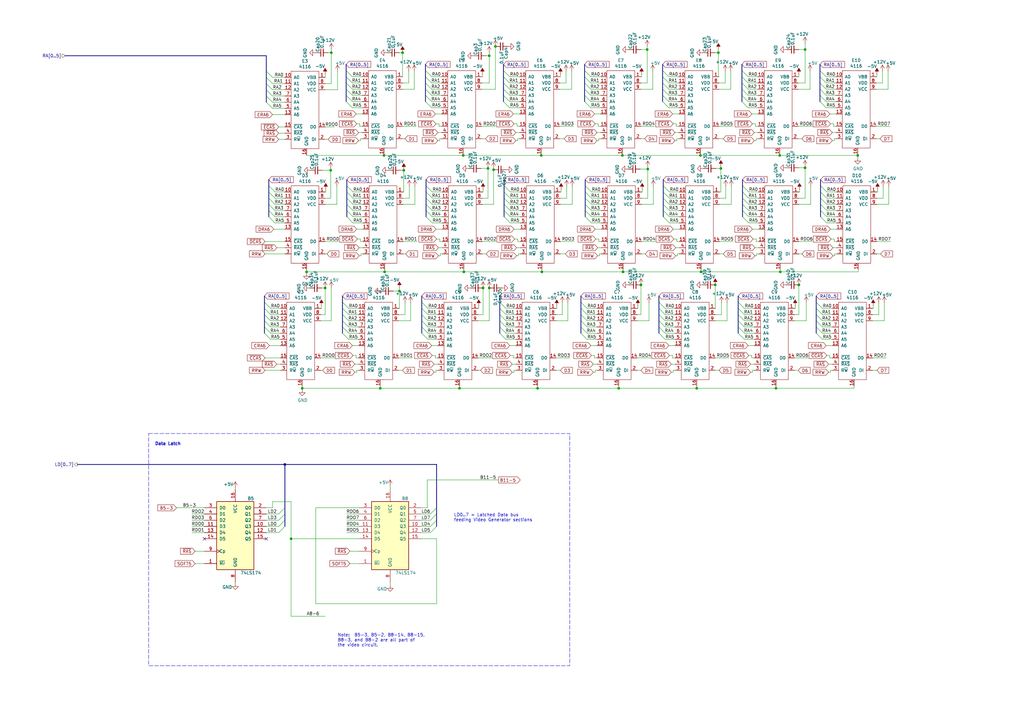
<source format=kicad_sch>
(kicad_sch (version 20230121) (generator eeschema)
  (paper "A3")
  (title_block (title "Apple II Schematic") (rev "0") (comment 1 "Captured from the Apple II Reference Manual (1979)"))
  (junction (at 125.73 111.506))
  (junction (at 293.37 116.84))
  (junction (at 351.79 63.754))
  (junction (at 220.472 159.258))
  (junction (at 318.262 159.258))
  (junction (at 253.746 159.258))
  (junction (at 222.25 111.506))
  (junction (at 287.528 111.506))
  (junction (at 133.35 118.11))
  (junction (at 165.608 69.85))
  (junction (at 155.956 159.258))
  (junction (at 327.66 116.84))
  (junction (at 295.656 69.088))
  (junction (at 190.246 111.506))
  (junction (at 203.2 19.05))
  (junction (at 330.2 20.32))
  (junction (at 255.27 63.754))
  (junction (at 262.89 116.84))
  (junction (at 200.152 69.088))
  (junction (at 285.75 159.258))
  (junction (at 189.992 63.754))
  (junction (at 157.48 63.754))
  (junction (at 200.66 22.86))
  (junction (at 116.84 190.5))
  (junction (at 198.12 118.11))
  (junction (at 119.38 220.98))
  (junction (at 157.734 111.506))
  (junction (at 165.1 21.59))
  (junction (at 294.64 21.59))
  (junction (at 135.636 69.85))
  (junction (at 319.786 63.754))
  (junction (at 200.66 118.11))
  (junction (at 202.438 69.596))
  (junction (at 265.684 69.342))
  (junction (at 123.952 159.258))
  (junction (at 188.468 159.258))
  (junction (at 330.2 68.834))
  (junction (at 163.83 119.38))
  (junction (at 320.04 111.506))
  (junction (at 135.89 21.59))
  (junction (at 221.996 63.754))
  (junction (at 287.274 63.754))
  (junction (at 265.43 20.32))
  (junction (at 255.524 111.506))
  (no_connect (at 83.82 220.98))
  (no_connect (at 109.22 220.98))
  (bus_entry (at 271.78 34.036) (size 2.54 2.54))
  (bus_entry (at 304.546 83.82) (size 2.54 2.54))
  (bus_entry (at 204.978 136.652) (size 2.54 2.54))
  (bus_entry (at 109.22 34.29) (size 2.54 2.54))
  (bus_entry (at 174.752 86.36) (size 2.54 2.54))
  (bus_entry (at 304.546 81.28) (size 2.54 2.54))
  (bus_entry (at 174.498 31.496) (size 2.54 2.54))
  (bus_entry (at 334.772 131.572) (size 2.54 2.54))
  (bus_entry (at 240.03 86.36) (size 2.54 2.54))
  (bus_entry (at 336.55 83.82) (size 2.54 2.54))
  (bus_entry (at 141.986 34.036) (size 2.54 2.54))
  (bus_entry (at 304.546 78.74) (size 2.54 2.54))
  (bus_entry (at 334.772 126.492) (size 2.54 2.54))
  (bus_entry (at 109.22 39.37) (size 2.54 2.54))
  (bus_entry (at 110.236 86.36) (size 2.54 2.54))
  (bus_entry (at 304.292 41.656) (size 2.54 2.54))
  (bus_entry (at 108.458 131.572) (size 2.54 2.54))
  (bus_entry (at 271.78 41.656) (size 2.54 2.54))
  (bus_entry (at 206.502 34.036) (size 2.54 2.54))
  (bus_entry (at 272.034 76.2) (size 2.54 2.54))
  (bus_entry (at 239.776 34.036) (size 2.54 2.54))
  (bus_entry (at 206.756 86.36) (size 2.54 2.54))
  (bus_entry (at 302.768 126.492) (size 2.54 2.54))
  (bus_entry (at 108.458 134.112) (size 2.54 2.54))
  (bus_entry (at 334.772 136.652) (size 2.54 2.54))
  (bus_entry (at 304.546 88.9) (size 2.54 2.54))
  (bus_entry (at 271.78 31.496) (size 2.54 2.54))
  (bus_entry (at 110.236 81.28) (size 2.54 2.54))
  (bus_entry (at 336.296 28.956) (size 2.54 2.54))
  (bus_entry (at 240.03 81.28) (size 2.54 2.54))
  (bus_entry (at 140.462 129.032) (size 2.54 2.54))
  (bus_entry (at 174.752 88.9) (size 2.54 2.54))
  (bus_entry (at 141.986 28.956) (size 2.54 2.54))
  (bus_entry (at 179.07 213.36) (size -2.54 2.54))
  (bus_entry (at 239.776 36.576) (size 2.54 2.54))
  (bus_entry (at 140.462 131.572) (size 2.54 2.54))
  (bus_entry (at 114.3 215.9) (size 2.54 -2.54))
  (bus_entry (at 110.236 83.82) (size 2.54 2.54))
  (bus_entry (at 336.296 34.036) (size 2.54 2.54))
  (bus_entry (at 179.07 208.28) (size -2.54 2.54))
  (bus_entry (at 174.752 76.2) (size 2.54 2.54))
  (bus_entry (at 172.974 131.572) (size 2.54 2.54))
  (bus_entry (at 334.772 129.032) (size 2.54 2.54))
  (bus_entry (at 110.236 76.2) (size 2.54 2.54))
  (bus_entry (at 270.256 129.032) (size 2.54 2.54))
  (bus_entry (at 108.458 129.032) (size 2.54 2.54))
  (bus_entry (at 174.498 36.576) (size 2.54 2.54))
  (bus_entry (at 174.498 41.656) (size 2.54 2.54))
  (bus_entry (at 206.502 28.956) (size 2.54 2.54))
  (bus_entry (at 302.768 134.112) (size 2.54 2.54))
  (bus_entry (at 336.296 31.496) (size 2.54 2.54))
  (bus_entry (at 206.756 88.9) (size 2.54 2.54))
  (bus_entry (at 142.24 88.9) (size 2.54 2.54))
  (bus_entry (at 108.458 136.652) (size 2.54 2.54))
  (bus_entry (at 304.546 86.36) (size 2.54 2.54))
  (bus_entry (at 142.24 86.36) (size 2.54 2.54))
  (bus_entry (at 238.252 126.492) (size 2.54 2.54))
  (bus_entry (at 336.55 78.74) (size 2.54 2.54))
  (bus_entry (at 238.252 131.572) (size 2.54 2.54))
  (bus_entry (at 304.292 31.496) (size 2.54 2.54))
  (bus_entry (at 109.22 29.21) (size 2.54 2.54))
  (bus_entry (at 172.974 136.652) (size 2.54 2.54))
  (bus_entry (at 109.22 31.75) (size 2.54 2.54))
  (bus_entry (at 270.256 123.952) (size 2.54 2.54))
  (bus_entry (at 238.252 129.032) (size 2.54 2.54))
  (bus_entry (at 270.256 136.652) (size 2.54 2.54))
  (bus_entry (at 336.55 76.2) (size 2.54 2.54))
  (bus_entry (at 109.22 36.83) (size 2.54 2.54))
  (bus_entry (at 140.462 126.492) (size 2.54 2.54))
  (bus_entry (at 142.24 81.28) (size 2.54 2.54))
  (bus_entry (at 110.236 78.74) (size 2.54 2.54))
  (bus_entry (at 141.986 36.576) (size 2.54 2.54))
  (bus_entry (at 272.034 88.9) (size 2.54 2.54))
  (bus_entry (at 114.3 210.82) (size 2.54 -2.54))
  (bus_entry (at 204.978 131.572) (size 2.54 2.54))
  (bus_entry (at 336.296 36.576) (size 2.54 2.54))
  (bus_entry (at 206.502 39.116) (size 2.54 2.54))
  (bus_entry (at 304.292 28.956) (size 2.54 2.54))
  (bus_entry (at 172.974 126.492) (size 2.54 2.54))
  (bus_entry (at 204.978 129.032) (size 2.54 2.54))
  (bus_entry (at 336.296 41.656) (size 2.54 2.54))
  (bus_entry (at 272.034 81.28) (size 2.54 2.54))
  (bus_entry (at 172.974 134.112) (size 2.54 2.54))
  (bus_entry (at 238.252 136.652) (size 2.54 2.54))
  (bus_entry (at 239.776 41.656) (size 2.54 2.54))
  (bus_entry (at 240.03 76.2) (size 2.54 2.54))
  (bus_entry (at 141.986 39.116) (size 2.54 2.54))
  (bus_entry (at 108.458 126.492) (size 2.54 2.54))
  (bus_entry (at 140.462 123.952) (size 2.54 2.54))
  (bus_entry (at 270.256 134.112) (size 2.54 2.54))
  (bus_entry (at 204.978 134.112) (size 2.54 2.54))
  (bus_entry (at 110.236 88.9) (size 2.54 2.54))
  (bus_entry (at 302.768 131.572) (size 2.54 2.54))
  (bus_entry (at 142.24 78.74) (size 2.54 2.54))
  (bus_entry (at 206.756 76.2) (size 2.54 2.54))
  (bus_entry (at 272.034 86.36) (size 2.54 2.54))
  (bus_entry (at 238.252 123.952) (size 2.54 2.54))
  (bus_entry (at 206.502 41.656) (size 2.54 2.54))
  (bus_entry (at 114.3 213.36) (size 2.54 -2.54))
  (bus_entry (at 206.756 83.82) (size 2.54 2.54))
  (bus_entry (at 140.462 134.112) (size 2.54 2.54))
  (bus_entry (at 206.756 81.28) (size 2.54 2.54))
  (bus_entry (at 304.292 34.036) (size 2.54 2.54))
  (bus_entry (at 238.252 134.112) (size 2.54 2.54))
  (bus_entry (at 179.07 215.9) (size -2.54 2.54))
  (bus_entry (at 174.498 39.116) (size 2.54 2.54))
  (bus_entry (at 140.462 136.652) (size 2.54 2.54))
  (bus_entry (at 302.768 123.952) (size 2.54 2.54))
  (bus_entry (at 336.55 86.36) (size 2.54 2.54))
  (bus_entry (at 270.256 131.572) (size 2.54 2.54))
  (bus_entry (at 142.24 83.82) (size 2.54 2.54))
  (bus_entry (at 271.78 39.116) (size 2.54 2.54))
  (bus_entry (at 239.776 39.116) (size 2.54 2.54))
  (bus_entry (at 204.978 126.492) (size 2.54 2.54))
  (bus_entry (at 174.498 34.036) (size 2.54 2.54))
  (bus_entry (at 239.776 31.496) (size 2.54 2.54))
  (bus_entry (at 174.752 81.28) (size 2.54 2.54))
  (bus_entry (at 174.752 83.82) (size 2.54 2.54))
  (bus_entry (at 179.07 210.82) (size -2.54 2.54))
  (bus_entry (at 336.55 88.9) (size 2.54 2.54))
  (bus_entry (at 172.974 129.032) (size 2.54 2.54))
  (bus_entry (at 109.22 41.91) (size 2.54 2.54))
  (bus_entry (at 270.256 126.492) (size 2.54 2.54))
  (bus_entry (at 174.498 28.956) (size 2.54 2.54))
  (bus_entry (at 336.296 39.116) (size 2.54 2.54))
  (bus_entry (at 302.768 136.652) (size 2.54 2.54))
  (bus_entry (at 304.292 39.116) (size 2.54 2.54))
  (bus_entry (at 206.756 78.74) (size 2.54 2.54))
  (bus_entry (at 240.03 83.82) (size 2.54 2.54))
  (bus_entry (at 172.974 123.952) (size 2.54 2.54))
  (bus_entry (at 334.772 123.952) (size 2.54 2.54))
  (bus_entry (at 141.986 31.496) (size 2.54 2.54))
  (bus_entry (at 334.772 134.112) (size 2.54 2.54))
  (bus_entry (at 174.752 78.74) (size 2.54 2.54))
  (bus_entry (at 108.458 123.952) (size 2.54 2.54))
  (bus_entry (at 304.546 76.2) (size 2.54 2.54))
  (bus_entry (at 336.55 81.28) (size 2.54 2.54))
  (bus_entry (at 272.034 78.74) (size 2.54 2.54))
  (bus_entry (at 304.292 36.576) (size 2.54 2.54))
  (bus_entry (at 206.502 31.496) (size 2.54 2.54))
  (bus_entry (at 302.768 129.032) (size 2.54 2.54))
  (bus_entry (at 114.3 218.44) (size 2.54 -2.54))
  (bus_entry (at 206.502 36.576) (size 2.54 2.54))
  (bus_entry (at 240.03 78.74) (size 2.54 2.54))
  (bus_entry (at 239.776 28.956) (size 2.54 2.54))
  (bus_entry (at 204.978 123.952) (size 2.54 2.54))
  (bus_entry (at 272.034 83.82) (size 2.54 2.54))
  (bus_entry (at 271.78 28.956) (size 2.54 2.54))
  (bus_entry (at 141.986 41.656) (size 2.54 2.54))
  (bus_entry (at 142.24 76.2) (size 2.54 2.54))
  (bus_entry (at 271.78 36.576) (size 2.54 2.54))
  (bus_entry (at 240.03 88.9) (size 2.54 2.54))
  (bus (pts (xy 336.296 28.956) (xy 336.296 31.496)))
  (bus (pts (xy 239.776 39.116) (xy 239.776 41.656)))
  (wire (pts (xy 240.792 139.192) (xy 244.856 139.192)))
  (bus (pts (xy 141.986 26.416) (xy 141.986 28.956)))
  (wire (pts (xy 108.712 99.06) (xy 116.84 99.06)))
  (wire (pts (xy 242.316 31.496) (xy 246.38 31.496)))
  (wire (pts (xy 146.05 46.736) (xy 148.59 46.736)))
  (bus (pts (xy 204.978 126.492) (xy 204.978 129.032)))
  (bus (pts (xy 174.752 83.82) (xy 174.752 86.36)))
  (wire (pts (xy 231.394 56.896) (xy 229.616 56.896)))
  (wire (pts (xy 308.356 46.736) (xy 310.896 46.736)))
  (wire (pts (xy 228.346 125.476) (xy 228.346 126.492)))
  (wire (pts (xy 320.04 110.49) (xy 320.04 111.506)))
  (wire (pts (xy 274.32 31.496) (xy 278.384 31.496)))
  (wire (pts (xy 244.856 57.658) (xy 245.618 57.658)))
  (wire (pts (xy 196.088 131.572) (xy 200.66 131.572)))
  (wire (pts (xy 309.372 54.356) (xy 310.896 54.356)))
  (wire (pts (xy 307.086 81.28) (xy 311.15 81.28)))
  (wire (pts (xy 272.796 136.652) (xy 276.86 136.652)))
  (wire (pts (xy 245.11 104.902) (xy 245.872 104.902)))
  (wire (pts (xy 143.002 134.112) (xy 147.066 134.112)))
  (bus (pts (xy 141.986 31.496) (xy 141.986 34.036)))
  (wire (pts (xy 165.608 69.596) (xy 165.608 69.85)))
  (wire (pts (xy 125.73 63.754) (xy 157.48 63.754)))
  (wire (pts (xy 167.64 34.036) (xy 167.64 29.21)))
  (bus (pts (xy 109.22 36.83) (xy 109.22 39.37)))
  (wire (pts (xy 306.832 44.196) (xy 310.896 44.196)))
  (wire (pts (xy 211.582 57.658) (xy 212.344 57.658)))
  (bus (pts (xy 141.986 39.116) (xy 141.986 41.656)))
  (wire (pts (xy 245.618 98.044) (xy 245.618 99.06)))
  (wire (pts (xy 147.32 104.902) (xy 148.082 104.902)))
  (wire (pts (xy 310.134 98.044) (xy 310.134 99.06)))
  (wire (pts (xy 287.528 111.506) (xy 255.524 111.506)))
  (wire (pts (xy 307.848 152.654) (xy 308.61 152.654)))
  (wire (pts (xy 339.09 83.82) (xy 343.154 83.82)))
  (wire (pts (xy 178.562 145.796) (xy 178.562 146.812)))
  (wire (pts (xy 341.376 57.658) (xy 342.138 57.658)))
  (wire (pts (xy 180.34 57.658) (xy 180.34 56.896)))
  (wire (pts (xy 209.296 86.36) (xy 213.36 86.36)))
  (wire (pts (xy 277.876 104.14) (xy 278.638 104.14)))
  (wire (pts (xy 340.36 46.736) (xy 342.9 46.736)))
  (wire (pts (xy 135.89 131.572) (xy 131.572 131.572)))
  (wire (pts (xy 190.246 111.506) (xy 157.734 111.506)))
  (wire (pts (xy 135.636 69.85) (xy 135.636 69.088)))
  (wire (pts (xy 242.316 34.036) (xy 246.38 34.036)))
  (wire (pts (xy 244.094 151.892) (xy 244.856 151.892)))
  (wire (pts (xy 328.93 104.14) (xy 327.66 104.14)))
  (wire (pts (xy 163.576 129.032) (xy 166.116 129.032)))
  (wire (pts (xy 229.616 51.816) (xy 235.204 51.816)))
  (wire (pts (xy 209.042 41.656) (xy 213.106 41.656)))
  (wire (pts (xy 180.594 104.902) (xy 180.594 104.14)))
  (wire (pts (xy 295.656 78.74) (xy 295.148 78.74)))
  (wire (pts (xy 275.336 152.654) (xy 276.098 152.654)))
  (wire (pts (xy 240.792 131.572) (xy 244.856 131.572)))
  (bus (pts (xy 240.03 76.2) (xy 240.03 78.74)))
  (wire (pts (xy 144.526 34.036) (xy 148.59 34.036)))
  (wire (pts (xy 274.32 41.656) (xy 278.384 41.656)))
  (bus (pts (xy 116.84 190.5) (xy 179.07 190.5)))
  (wire (pts (xy 209.042 31.496) (xy 213.106 31.496)))
  (wire (pts (xy 327.406 34.036) (xy 330.2 34.036)))
  (bus (pts (xy 272.034 83.82) (xy 272.034 86.36)))
  (wire (pts (xy 240.792 136.652) (xy 244.856 136.652)))
  (wire (pts (xy 178.816 151.892) (xy 179.578 151.892)))
  (wire (pts (xy 359.664 31.496) (xy 359.41 31.496)))
  (wire (pts (xy 357.886 131.572) (xy 362.712 131.572)))
  (wire (pts (xy 242.316 141.732) (xy 244.856 141.732)))
  (bus (pts (xy 179.07 210.82) (xy 179.07 213.36)))
  (wire (pts (xy 295.656 68.326) (xy 295.656 69.088)))
  (bus (pts (xy 26.67 22.86) (xy 109.22 22.86)))
  (wire (pts (xy 210.82 93.98) (xy 213.36 93.98)))
  (bus (pts (xy 336.55 73.66) (xy 336.55 76.2)))
  (wire (pts (xy 144.526 39.116) (xy 148.59 39.116)))
  (wire (pts (xy 306.832 41.656) (xy 310.896 41.656)))
  (bus (pts (xy 172.974 131.572) (xy 172.974 134.112)))
  (wire (pts (xy 146.304 50.8) (xy 147.574 50.8)))
  (wire (pts (xy 310.134 99.06) (xy 311.15 99.06)))
  (bus (pts (xy 108.458 123.952) (xy 108.458 126.492)))
  (wire (pts (xy 275.844 145.796) (xy 275.844 146.812)))
  (wire (pts (xy 157.48 63.246) (xy 157.48 63.754)))
  (wire (pts (xy 338.836 34.036) (xy 342.9 34.036)))
  (wire (pts (xy 131.826 126.492) (xy 131.572 126.492)))
  (wire (pts (xy 220.472 159.258) (xy 188.468 159.258)))
  (wire (pts (xy 197.866 81.28) (xy 200.152 81.28)))
  (wire (pts (xy 190.246 110.49) (xy 190.246 111.506)))
  (wire (pts (xy 146.304 152.654) (xy 146.304 151.892)))
  (wire (pts (xy 111.76 41.91) (xy 116.84 41.91)))
  (wire (pts (xy 196.342 125.476) (xy 196.342 126.492)))
  (wire (pts (xy 165.1 151.892) (xy 163.576 151.892)))
  (wire (pts (xy 163.83 126.492) (xy 163.576 126.492)))
  (wire (pts (xy 123.952 159.258) (xy 123.952 158.242)))
  (bus (pts (xy 116.84 210.82) (xy 116.84 213.36)))
  (bus (pts (xy 334.772 126.492) (xy 334.772 129.032)))
  (wire (pts (xy 360.934 56.896) (xy 359.41 56.896)))
  (wire (pts (xy 83.82 215.9) (xy 78.74 215.9)))
  (wire (pts (xy 112.268 93.98) (xy 116.84 93.98)))
  (bus (pts (xy 270.256 131.572) (xy 270.256 134.112)))
  (wire (pts (xy 330.2 68.834) (xy 330.2 68.326)))
  (wire (pts (xy 305.308 129.032) (xy 309.372 129.032)))
  (bus (pts (xy 239.776 31.496) (xy 239.776 34.036)))
  (wire (pts (xy 165.1 36.576) (xy 169.926 36.576)))
  (wire (pts (xy 157.734 111.506) (xy 125.73 111.506)))
  (wire (pts (xy 229.616 36.576) (xy 234.442 36.576)))
  (wire (pts (xy 108.712 151.892) (xy 115.062 151.892)))
  (wire (pts (xy 209.296 81.28) (xy 213.36 81.28)))
  (wire (pts (xy 180.34 98.044) (xy 180.34 99.06)))
  (wire (pts (xy 231.902 104.14) (xy 229.87 104.14)))
  (wire (pts (xy 308.356 145.796) (xy 308.356 146.812)))
  (wire (pts (xy 295.656 69.088) (xy 295.656 78.74)))
  (wire (pts (xy 200.152 81.28) (xy 200.152 69.088)))
  (wire (pts (xy 210.82 50.8) (xy 212.09 50.8)))
  (wire (pts (xy 341.63 104.902) (xy 342.392 104.902)))
  (bus (pts (xy 304.292 26.416) (xy 304.292 28.956)))
  (wire (pts (xy 264.414 56.896) (xy 262.89 56.896)))
  (wire (pts (xy 209.042 39.116) (xy 213.106 39.116)))
  (wire (pts (xy 332.486 83.82) (xy 332.486 76.454)))
  (wire (pts (xy 309.626 101.6) (xy 311.15 101.6)))
  (wire (pts (xy 144.78 78.74) (xy 148.844 78.74)))
  (wire (pts (xy 293.624 69.088) (xy 295.656 69.088)))
  (wire (pts (xy 340.614 151.892) (xy 341.376 151.892)))
  (wire (pts (xy 294.64 20.32) (xy 294.64 21.59)))
  (wire (pts (xy 267.97 83.82) (xy 267.97 76.454)))
  (wire (pts (xy 327.66 81.28) (xy 330.2 81.28)))
  (wire (pts (xy 243.84 146.812) (xy 244.856 146.812)))
  (wire (pts (xy 197.866 83.82) (xy 202.438 83.82)))
  (wire (pts (xy 177.038 41.656) (xy 181.102 41.656)))
  (wire (pts (xy 131.572 146.812) (xy 137.16 146.812)))
  (wire (pts (xy 179.832 101.6) (xy 181.356 101.6)))
  (wire (pts (xy 119.38 220.98) (xy 147.32 220.98)))
  (bus (pts (xy 336.296 26.416) (xy 336.296 28.956)))
  (wire (pts (xy 358.14 125.476) (xy 358.14 126.492)))
  (wire (pts (xy 262.89 129.032) (xy 262.89 116.84)))
  (wire (pts (xy 341.63 101.6) (xy 343.154 101.6)))
  (wire (pts (xy 232.156 34.036) (xy 232.156 29.21)))
  (bus (pts (xy 142.24 83.82) (xy 142.24 86.36)))
  (wire (pts (xy 131.826 125.476) (xy 131.826 126.492)))
  (wire (pts (xy 242.57 81.28) (xy 246.634 81.28)))
  (wire (pts (xy 161.29 119.38) (xy 163.83 119.38)))
  (wire (pts (xy 165.608 78.74) (xy 165.354 78.74)))
  (wire (pts (xy 165.1 34.036) (xy 167.64 34.036)))
  (wire (pts (xy 294.894 151.892) (xy 293.37 151.892)))
  (wire (pts (xy 111.76 36.83) (xy 116.84 36.83)))
  (wire (pts (xy 337.312 134.112) (xy 341.376 134.112)))
  (wire (pts (xy 143.002 126.492) (xy 147.066 126.492)))
  (bus (pts (xy 272.034 73.66) (xy 272.034 76.2)))
  (bus (pts (xy 174.752 78.74) (xy 174.752 81.28)))
  (bus (pts (xy 238.252 126.492) (xy 238.252 129.032)))
  (wire (pts (xy 362.712 131.572) (xy 362.712 124.206)))
  (wire (pts (xy 175.514 131.572) (xy 179.578 131.572)))
  (wire (pts (xy 143.002 139.192) (xy 147.066 139.192)))
  (wire (pts (xy 242.316 44.196) (xy 246.38 44.196)))
  (wire (pts (xy 245.11 101.6) (xy 246.634 101.6)))
  (wire (pts (xy 125.73 112.014) (xy 125.73 111.506)))
  (wire (pts (xy 209.296 91.44) (xy 213.36 91.44)))
  (wire (pts (xy 109.22 210.82) (xy 114.3 210.82)))
  (wire (pts (xy 293.37 129.032) (xy 295.91 129.032)))
  (wire (pts (xy 277.622 57.658) (xy 277.622 56.896)))
  (wire (pts (xy 327.66 68.834) (xy 330.2 68.834)))
  (wire (pts (xy 277.368 50.8) (xy 277.368 51.816)))
  (bus (pts (xy 239.776 28.956) (xy 239.776 31.496)))
  (wire (pts (xy 364.236 36.576) (xy 364.236 29.21)))
  (wire (pts (xy 330.708 131.572) (xy 330.708 124.206)))
  (wire (pts (xy 209.296 145.796) (xy 210.566 145.796)))
  (bus (pts (xy 174.498 26.416) (xy 174.498 28.956)))
  (bus (pts (xy 206.502 36.576) (xy 206.502 39.116)))
  (wire (pts (xy 179.578 57.658) (xy 180.34 57.658)))
  (wire (pts (xy 119.38 220.98) (xy 119.38 252.73)))
  (wire (pts (xy 255.27 63.754) (xy 287.274 63.754)))
  (bus (pts (xy 270.256 121.412) (xy 270.256 123.952)))
  (wire (pts (xy 295.148 99.06) (xy 300.736 99.06)))
  (bus (pts (xy 238.252 129.032) (xy 238.252 131.572)))
  (wire (pts (xy 200.66 131.572) (xy 200.66 118.11)))
  (bus (pts (xy 110.236 83.82) (xy 110.236 86.36)))
  (wire (pts (xy 210.566 146.812) (xy 211.582 146.812)))
  (wire (pts (xy 229.87 151.892) (xy 228.092 151.892)))
  (wire (pts (xy 209.042 34.036) (xy 213.106 34.036)))
  (wire (pts (xy 243.84 145.796) (xy 243.84 146.812)))
  (wire (pts (xy 327.66 30.48) (xy 327.66 31.496)))
  (wire (pts (xy 245.364 50.8) (xy 245.364 51.816)))
  (wire (pts (xy 299.72 36.576) (xy 299.72 29.21)))
  (wire (pts (xy 357.886 129.032) (xy 360.426 129.032)))
  (wire (pts (xy 305.308 131.572) (xy 309.372 131.572)))
  (wire (pts (xy 294.64 21.59) (xy 294.64 31.496)))
  (wire (pts (xy 277.114 101.6) (xy 278.638 101.6)))
  (bus (pts (xy 206.756 86.36) (xy 206.756 88.9)))
  (wire (pts (xy 306.832 31.496) (xy 310.896 31.496)))
  (wire (pts (xy 276.098 151.892) (xy 276.86 151.892)))
  (wire (pts (xy 297.688 81.28) (xy 297.688 76.454)))
  (bus (pts (xy 270.256 134.112) (xy 270.256 136.652)))
  (bus (pts (xy 204.978 134.112) (xy 204.978 136.652)))
  (wire (pts (xy 197.612 34.036) (xy 200.66 34.036)))
  (bus (pts (xy 240.03 86.36) (xy 240.03 88.9)))
  (wire (pts (xy 274.574 145.796) (xy 275.844 145.796)))
  (wire (pts (xy 310.388 104.14) (xy 311.15 104.14)))
  (bus (pts (xy 336.296 34.036) (xy 336.296 36.576)))
  (wire (pts (xy 274.32 34.036) (xy 278.384 34.036)))
  (wire (pts (xy 255.27 63.246) (xy 255.27 63.754)))
  (wire (pts (xy 242.316 36.576) (xy 246.38 36.576)))
  (wire (pts (xy 229.87 30.48) (xy 229.87 31.496)))
  (wire (pts (xy 119.38 252.73) (xy 133.35 252.73)))
  (wire (pts (xy 305.308 139.192) (xy 309.372 139.192)))
  (wire (pts (xy 180.34 56.896) (xy 181.102 56.896)))
  (bus (pts (xy 142.24 76.2) (xy 142.24 78.74)))
  (wire (pts (xy 285.75 158.242) (xy 285.75 159.258)))
  (bus (pts (xy 238.252 123.952) (xy 238.252 126.492)))
  (wire (pts (xy 308.61 93.98) (xy 311.15 93.98)))
  (wire (pts (xy 177.038 141.732) (xy 179.578 141.732)))
  (bus (pts (xy 271.78 36.576) (xy 271.78 39.116)))
  (bus (pts (xy 108.458 126.492) (xy 108.458 129.032)))
  (wire (pts (xy 165.354 99.06) (xy 170.942 99.06)))
  (wire (pts (xy 109.22 213.36) (xy 114.3 213.36)))
  (bus (pts (xy 116.84 213.36) (xy 116.84 215.9)))
  (wire (pts (xy 179.07 98.044) (xy 180.34 98.044)))
  (wire (pts (xy 309.626 104.902) (xy 310.388 104.902)))
  (wire (pts (xy 339.09 78.74) (xy 343.154 78.74)))
  (wire (pts (xy 145.542 152.654) (xy 146.304 152.654)))
  (wire (pts (xy 352.044 110.49) (xy 352.044 111.506)))
  (wire (pts (xy 210.566 46.736) (xy 213.106 46.736)))
  (wire (pts (xy 144.78 88.9) (xy 148.844 88.9)))
  (wire (pts (xy 274.574 86.36) (xy 278.638 86.36)))
  (wire (pts (xy 330.2 81.28) (xy 330.2 68.834)))
  (wire (pts (xy 180.594 104.14) (xy 181.356 104.14)))
  (wire (pts (xy 244.348 98.044) (xy 245.618 98.044)))
  (bus (pts (xy 31.75 190.5) (xy 116.84 190.5)))
  (wire (pts (xy 265.43 19.05) (xy 265.43 20.32)))
  (wire (pts (xy 83.82 213.36) (xy 78.74 213.36)))
  (wire (pts (xy 112.776 86.36) (xy 116.84 86.36)))
  (bus (pts (xy 206.502 34.036) (xy 206.502 36.576)))
  (bus (pts (xy 334.772 129.032) (xy 334.772 131.572)))
  (wire (pts (xy 212.09 50.8) (xy 212.09 51.816)))
  (wire (pts (xy 262.636 69.342) (xy 265.684 69.342)))
  (wire (pts (xy 72.39 208.28) (xy 83.82 208.28)))
  (wire (pts (xy 180.34 99.06) (xy 181.356 99.06)))
  (wire (pts (xy 337.312 139.192) (xy 341.376 139.192)))
  (wire (pts (xy 146.05 145.796) (xy 146.05 146.812)))
  (wire (pts (xy 309.372 57.658) (xy 310.134 57.658)))
  (bus (pts (xy 172.974 134.112) (xy 172.974 136.652)))
  (wire (pts (xy 276.098 50.8) (xy 277.368 50.8)))
  (wire (pts (xy 359.41 34.036) (xy 361.95 34.036)))
  (wire (pts (xy 265.43 20.32) (xy 265.43 34.036)))
  (bus (pts (xy 270.256 126.492) (xy 270.256 129.032)))
  (wire (pts (xy 352.044 111.506) (xy 320.04 111.506)))
  (wire (pts (xy 109.22 215.9) (xy 114.3 215.9)))
  (wire (pts (xy 277.114 104.902) (xy 277.876 104.902)))
  (wire (pts (xy 207.518 126.492) (xy 211.582 126.492)))
  (wire (pts (xy 222.25 111.506) (xy 190.246 111.506)))
  (wire (pts (xy 147.32 208.28) (xy 129.54 208.28)))
  (wire (pts (xy 307.086 78.74) (xy 311.15 78.74)))
  (wire (pts (xy 212.598 104.14) (xy 213.36 104.14)))
  (wire (pts (xy 175.514 126.492) (xy 179.578 126.492)))
  (bus (pts (xy 204.978 129.032) (xy 204.978 131.572)))
  (bus (pts (xy 240.03 81.28) (xy 240.03 83.82)))
  (bus (pts (xy 239.776 36.576) (xy 239.776 39.116)))
  (wire (pts (xy 222.25 110.49) (xy 222.25 111.506)))
  (bus (pts (xy 206.756 73.66) (xy 206.756 76.2)))
  (bus (pts (xy 304.546 73.66) (xy 304.546 76.2)))
  (wire (pts (xy 177.292 86.36) (xy 181.356 86.36)))
  (wire (pts (xy 143.51 226.06) (xy 147.32 226.06)))
  (wire (pts (xy 262.89 20.32) (xy 265.43 20.32)))
  (wire (pts (xy 202.438 69.088) (xy 202.438 69.596)))
  (wire (pts (xy 339.852 152.654) (xy 340.614 152.654)))
  (wire (pts (xy 242.57 145.796) (xy 243.84 145.796)))
  (wire (pts (xy 307.848 149.352) (xy 309.372 149.352)))
  (wire (pts (xy 211.836 101.6) (xy 213.36 101.6)))
  (bus (pts (xy 204.978 121.412) (xy 204.978 123.952)))
  (wire (pts (xy 297.434 34.036) (xy 297.434 29.21)))
  (wire (pts (xy 209.296 78.74) (xy 213.36 78.74)))
  (wire (pts (xy 177.292 88.9) (xy 181.356 88.9)))
  (wire (pts (xy 110.998 129.032) (xy 115.062 129.032)))
  (bus (pts (xy 336.296 31.496) (xy 336.296 34.036)))
  (bus (pts (xy 304.292 31.496) (xy 304.292 34.036)))
  (wire (pts (xy 266.192 131.572) (xy 266.192 124.206)))
  (bus (pts (xy 206.502 28.956) (xy 206.502 31.496)))
  (bus (pts (xy 141.986 36.576) (xy 141.986 39.116)))
  (wire (pts (xy 165.608 69.85) (xy 165.608 78.74)))
  (wire (pts (xy 134.62 21.59) (xy 135.89 21.59)))
  (wire (pts (xy 109.22 208.28) (xy 111.76 208.28)))
  (wire (pts (xy 179.07 247.65) (xy 179.07 220.98)))
  (wire (pts (xy 342.138 56.896) (xy 342.9 56.896)))
  (bus (pts (xy 302.768 121.412) (xy 302.768 123.952)))
  (wire (pts (xy 177.038 36.576) (xy 181.102 36.576)))
  (wire (pts (xy 342.392 104.902) (xy 342.392 104.14)))
  (wire (pts (xy 327.406 36.576) (xy 332.232 36.576)))
  (wire (pts (xy 328.93 56.896) (xy 327.406 56.896)))
  (bus (pts (xy 174.752 73.66) (xy 174.752 76.2)))
  (wire (pts (xy 175.26 208.28) (xy 175.26 196.85)))
  (wire (pts (xy 351.79 63.754) (xy 351.79 63.246)))
  (bus (pts (xy 240.03 78.74) (xy 240.03 81.28)))
  (wire (pts (xy 307.086 86.36) (xy 311.15 86.36)))
  (wire (pts (xy 275.844 146.812) (xy 276.86 146.812)))
  (wire (pts (xy 179.832 104.902) (xy 180.594 104.902)))
  (wire (pts (xy 339.09 86.36) (xy 343.154 86.36)))
  (wire (pts (xy 198.12 129.032) (xy 198.12 118.11)))
  (wire (pts (xy 361.188 104.14) (xy 359.664 104.14)))
  (wire (pts (xy 135.89 21.59) (xy 135.89 20.32)))
  (bus (pts (xy 110.236 73.66) (xy 110.236 76.2)))
  (wire (pts (xy 123.952 159.766) (xy 123.952 159.258)))
  (wire (pts (xy 332.232 36.576) (xy 332.232 29.21)))
  (wire (pts (xy 209.042 36.576) (xy 213.106 36.576)))
  (wire (pts (xy 170.18 83.82) (xy 170.18 76.454)))
  (wire (pts (xy 340.614 50.8) (xy 341.884 50.8)))
  (wire (pts (xy 111.76 34.29) (xy 116.84 34.29)))
  (wire (pts (xy 274.574 78.74) (xy 278.638 78.74)))
  (wire (pts (xy 295.91 129.032) (xy 295.91 124.206)))
  (wire (pts (xy 326.136 125.476) (xy 326.136 126.492)))
  (wire (pts (xy 114.3 52.07) (xy 116.84 52.07)))
  (wire (pts (xy 325.882 146.812) (xy 331.47 146.812)))
  (wire (pts (xy 295.148 81.28) (xy 297.688 81.28)))
  (wire (pts (xy 83.82 210.82) (xy 78.74 210.82)))
  (wire (pts (xy 133.35 129.032) (xy 133.35 118.11)))
  (wire (pts (xy 207.518 139.192) (xy 211.582 139.192)))
  (bus (pts (xy 109.22 22.86) (xy 109.22 29.21)))
  (wire (pts (xy 172.72 210.82) (xy 176.53 210.82)))
  (wire (pts (xy 196.342 126.492) (xy 196.088 126.492)))
  (wire (pts (xy 337.312 136.652) (xy 341.376 136.652)))
  (wire (pts (xy 228.092 146.812) (xy 233.68 146.812)))
  (bus (pts (xy 109.22 39.37) (xy 109.22 41.91)))
  (wire (pts (xy 294.64 31.496) (xy 294.894 31.496)))
  (wire (pts (xy 165.1 21.59) (xy 165.1 31.496)))
  (wire (pts (xy 112.776 81.28) (xy 116.84 81.28)))
  (wire (pts (xy 327.914 78.74) (xy 327.66 78.74)))
  (bus (pts (xy 141.986 34.036) (xy 141.986 36.576)))
  (wire (pts (xy 325.882 131.572) (xy 330.708 131.572)))
  (wire (pts (xy 180.086 51.816) (xy 181.102 51.816)))
  (wire (pts (xy 178.054 152.654) (xy 178.816 152.654)))
  (wire (pts (xy 340.36 146.812) (xy 341.376 146.812)))
  (wire (pts (xy 265.684 69.342) (xy 265.684 68.58)))
  (wire (pts (xy 200.66 22.86) (xy 200.66 21.59)))
  (wire (pts (xy 242.316 41.656) (xy 246.38 41.656)))
  (wire (pts (xy 245.618 57.658) (xy 245.618 56.896)))
  (bus (pts (xy 109.22 31.75) (xy 109.22 34.29)))
  (bus (pts (xy 174.752 76.2) (xy 174.752 78.74)))
  (wire (pts (xy 293.37 146.812) (xy 298.958 146.812)))
  (wire (pts (xy 359.41 51.816) (xy 364.998 51.816)))
  (wire (pts (xy 166.116 129.032) (xy 166.116 124.206)))
  (wire (pts (xy 96.52 238.76) (xy 96.52 239.268)))
  (wire (pts (xy 272.796 139.192) (xy 276.86 139.192)))
  (wire (pts (xy 350.266 158.242) (xy 350.266 159.258)))
  (wire (pts (xy 144.526 36.576) (xy 148.59 36.576)))
  (wire (pts (xy 245.872 104.902) (xy 245.872 104.14)))
  (wire (pts (xy 340.614 152.654) (xy 340.614 151.892)))
  (wire (pts (xy 339.09 81.28) (xy 343.154 81.28)))
  (wire (pts (xy 285.75 159.258) (xy 253.746 159.258)))
  (wire (pts (xy 178.562 46.736) (xy 181.102 46.736)))
  (bus (pts (xy 108.458 121.412) (xy 108.458 123.952)))
  (wire (pts (xy 132.08 118.11) (xy 133.35 118.11)))
  (wire (pts (xy 293.37 116.84) (xy 293.37 126.492)))
  (wire (pts (xy 338.836 31.496) (xy 342.9 31.496)))
  (wire (pts (xy 240.792 126.492) (xy 244.856 126.492)))
  (wire (pts (xy 180.086 50.8) (xy 180.086 51.816)))
  (wire (pts (xy 157.734 110.49) (xy 157.734 111.506)))
  (wire (pts (xy 212.09 51.816) (xy 213.106 51.816)))
  (wire (pts (xy 359.664 83.82) (xy 364.49 83.82)))
  (bus (pts (xy 304.546 76.2) (xy 304.546 78.74)))
  (wire (pts (xy 234.696 83.82) (xy 234.696 76.454)))
  (wire (pts (xy 200.66 34.036) (xy 200.66 22.86)))
  (bus (pts (xy 302.768 131.572) (xy 302.768 134.112)))
  (wire (pts (xy 338.836 41.656) (xy 342.9 41.656)))
  (wire (pts (xy 211.074 98.044) (xy 212.344 98.044)))
  (wire (pts (xy 197.866 99.06) (xy 203.454 99.06)))
  (wire (pts (xy 263.144 30.48) (xy 263.144 31.496)))
  (wire (pts (xy 210.058 152.654) (xy 210.82 152.654)))
  (bus (pts (xy 271.78 26.416) (xy 271.78 28.956)))
  (wire (pts (xy 327.66 20.32) (xy 330.2 20.32)))
  (wire (pts (xy 307.086 145.796) (xy 308.356 145.796)))
  (wire (pts (xy 210.058 149.352) (xy 211.582 149.352)))
  (wire (pts (xy 211.582 54.356) (xy 213.106 54.356)))
  (wire (pts (xy 318.262 159.258) (xy 285.75 159.258)))
  (wire (pts (xy 228.346 126.492) (xy 228.092 126.492)))
  (bus (pts (xy 271.78 34.036) (xy 271.78 36.576)))
  (wire (pts (xy 110.998 134.112) (xy 115.062 134.112)))
  (bus (pts (xy 206.756 76.2) (xy 206.756 78.74)))
  (wire (pts (xy 255.524 111.506) (xy 222.25 111.506)))
  (bus (pts (xy 302.768 134.112) (xy 302.768 136.652)))
  (wire (pts (xy 147.32 215.9) (xy 142.24 215.9)))
  (wire (pts (xy 229.87 99.06) (xy 235.458 99.06)))
  (wire (pts (xy 165.1 56.896) (xy 166.116 56.896)))
  (wire (pts (xy 263.144 31.496) (xy 262.89 31.496)))
  (wire (pts (xy 230.632 129.032) (xy 230.632 124.206)))
  (wire (pts (xy 232.918 131.572) (xy 232.918 124.206)))
  (wire (pts (xy 276.86 54.356) (xy 278.384 54.356)))
  (wire (pts (xy 147.828 56.896) (xy 148.59 56.896)))
  (wire (pts (xy 243.84 46.736) (xy 246.38 46.736)))
  (wire (pts (xy 198.12 78.74) (xy 197.866 78.74)))
  (wire (pts (xy 83.82 218.44) (xy 78.74 218.44)))
  (wire (pts (xy 326.136 126.492) (xy 325.882 126.492)))
  (wire (pts (xy 274.574 88.9) (xy 278.638 88.9)))
  (bus (pts (xy 334.772 121.412) (xy 334.772 123.952)))
  (bus (pts (xy 179.07 208.28) (xy 179.07 210.82)))
  (wire (pts (xy 293.37 21.59) (xy 294.64 21.59)))
  (wire (pts (xy 133.35 104.14) (xy 134.112 104.14)))
  (wire (pts (xy 209.296 88.9) (xy 213.36 88.9)))
  (wire (pts (xy 277.368 51.816) (xy 278.384 51.816)))
  (wire (pts (xy 307.086 83.82) (xy 311.15 83.82)))
  (wire (pts (xy 148.082 104.902) (xy 148.082 104.14)))
  (wire (pts (xy 175.26 196.85) (xy 204.47 196.85)))
  (wire (pts (xy 359.918 77.724) (xy 359.918 78.74)))
  (wire (pts (xy 163.83 21.59) (xy 165.1 21.59)))
  (wire (pts (xy 221.996 63.246) (xy 221.996 63.754)))
  (bus (pts (xy 174.498 28.956) (xy 174.498 31.496)))
  (wire (pts (xy 229.87 81.28) (xy 232.41 81.28)))
  (wire (pts (xy 340.36 145.796) (xy 340.36 146.812)))
  (wire (pts (xy 164.338 69.85) (xy 165.608 69.85)))
  (wire (pts (xy 229.87 31.496) (xy 229.616 31.496)))
  (bus (pts (xy 172.974 129.032) (xy 172.974 131.572)))
  (bus (pts (xy 304.292 39.116) (xy 304.292 41.656)))
  (wire (pts (xy 253.746 158.242) (xy 253.746 159.258)))
  (wire (pts (xy 277.622 56.896) (xy 278.384 56.896)))
  (bus (pts (xy 109.22 29.21) (xy 109.22 31.75)))
  (wire (pts (xy 145.542 149.352) (xy 147.066 149.352)))
  (wire (pts (xy 330.2 20.32) (xy 330.2 17.78)))
  (wire (pts (xy 146.304 93.98) (xy 148.844 93.98)))
  (wire (pts (xy 178.054 149.352) (xy 179.578 149.352)))
  (wire (pts (xy 296.672 104.14) (xy 295.148 104.14)))
  (bus (pts (xy 174.752 81.28) (xy 174.752 83.82)))
  (wire (pts (xy 147.574 51.816) (xy 148.59 51.816)))
  (bus (pts (xy 304.546 83.82) (xy 304.546 86.36)))
  (wire (pts (xy 133.35 30.48) (xy 133.35 31.75)))
  (wire (pts (xy 197.866 31.496) (xy 197.612 31.496)))
  (wire (pts (xy 143.002 129.032) (xy 147.066 129.032)))
  (bus (pts (xy 336.55 83.82) (xy 336.55 86.36)))
  (wire (pts (xy 307.086 91.44) (xy 311.15 91.44)))
  (bus (pts (xy 206.502 39.116) (xy 206.502 41.656)))
  (wire (pts (xy 263.144 81.28) (xy 265.684 81.28)))
  (bus (pts (xy 271.78 39.116) (xy 271.78 41.656)))
  (wire (pts (xy 359.918 78.74) (xy 359.664 78.74)))
  (wire (pts (xy 110.998 139.192) (xy 115.062 139.192)))
  (wire (pts (xy 114.3 54.61) (xy 116.84 54.61)))
  (wire (pts (xy 178.816 50.8) (xy 180.086 50.8)))
  (wire (pts (xy 175.514 129.032) (xy 179.578 129.032)))
  (bus (pts (xy 140.462 123.952) (xy 140.462 126.492)))
  (bus (pts (xy 336.296 39.116) (xy 336.296 41.656)))
  (wire (pts (xy 244.094 50.8) (xy 245.364 50.8)))
  (wire (pts (xy 197.866 30.48) (xy 197.866 31.496)))
  (wire (pts (xy 242.57 83.82) (xy 246.634 83.82)))
  (bus (pts (xy 206.756 78.74) (xy 206.756 81.28)))
  (bus (pts (xy 334.772 123.952) (xy 334.772 126.492)))
  (wire (pts (xy 147.828 57.658) (xy 147.828 56.896)))
  (wire (pts (xy 294.894 51.816) (xy 300.482 51.816)))
  (wire (pts (xy 209.042 141.732) (xy 211.582 141.732)))
  (bus (pts (xy 206.502 26.416) (xy 206.502 28.956)))
  (wire (pts (xy 253.746 159.258) (xy 220.472 159.258)))
  (bus (pts (xy 140.462 134.112) (xy 140.462 136.652)))
  (wire (pts (xy 147.066 54.356) (xy 148.59 54.356)))
  (wire (pts (xy 275.844 46.736) (xy 278.384 46.736)))
  (wire (pts (xy 319.786 63.754) (xy 351.79 63.754)))
  (bus (pts (xy 239.776 34.036) (xy 239.776 36.576)))
  (bus (pts (xy 270.256 123.952) (xy 270.256 126.492)))
  (wire (pts (xy 359.664 81.28) (xy 362.204 81.28)))
  (wire (pts (xy 147.32 101.6) (xy 148.844 101.6)))
  (wire (pts (xy 339.09 145.796) (xy 340.36 145.796)))
  (wire (pts (xy 135.89 118.11) (xy 135.89 131.572)))
  (wire (pts (xy 146.304 151.892) (xy 147.066 151.892)))
  (wire (pts (xy 143.002 131.572) (xy 147.066 131.572)))
  (wire (pts (xy 80.01 231.14) (xy 83.82 231.14)))
  (wire (pts (xy 147.32 210.82) (xy 142.24 210.82)))
  (wire (pts (xy 109.22 218.44) (xy 114.3 218.44)))
  (wire (pts (xy 272.796 131.572) (xy 276.86 131.572)))
  (wire (pts (xy 263.398 78.74) (xy 263.144 78.74)))
  (wire (pts (xy 310.134 57.658) (xy 310.134 56.896)))
  (wire (pts (xy 261.366 131.572) (xy 266.192 131.572)))
  (wire (pts (xy 175.514 139.192) (xy 179.578 139.192)))
  (wire (pts (xy 172.72 213.36) (xy 176.53 213.36)))
  (wire (pts (xy 138.43 36.83) (xy 138.43 29.21)))
  (wire (pts (xy 242.57 78.74) (xy 246.634 78.74)))
  (wire (pts (xy 135.89 34.29) (xy 135.89 21.59)))
  (wire (pts (xy 296.672 56.896) (xy 294.894 56.896)))
  (wire (pts (xy 172.72 208.28) (xy 175.26 208.28)))
  (wire (pts (xy 274.574 81.28) (xy 278.638 81.28)))
  (wire (pts (xy 177.038 39.116) (xy 181.102 39.116)))
  (bus (pts (xy 238.252 134.112) (xy 238.252 136.652)))
  (wire (pts (xy 144.526 41.656) (xy 148.59 41.656)))
  (bus (pts (xy 304.292 28.956) (xy 304.292 31.496)))
  (wire (pts (xy 243.332 152.654) (xy 244.094 152.654)))
  (wire (pts (xy 220.472 158.242) (xy 220.472 159.258)))
  (bus (pts (xy 336.296 36.576) (xy 336.296 39.116)))
  (wire (pts (xy 207.518 136.652) (xy 211.582 136.652)))
  (bus (pts (xy 270.256 129.032) (xy 270.256 131.572)))
  (wire (pts (xy 341.884 51.816) (xy 342.9 51.816)))
  (bus (pts (xy 179.07 190.5) (xy 179.07 208.28)))
  (bus (pts (xy 140.462 131.572) (xy 140.462 134.112)))
  (wire (pts (xy 308.61 152.654) (xy 308.61 151.892)))
  (wire (pts (xy 319.786 63.246) (xy 319.786 63.754)))
  (wire (pts (xy 262.89 151.892) (xy 261.366 151.892)))
  (bus (pts (xy 140.462 129.032) (xy 140.462 131.572)))
  (wire (pts (xy 309.88 51.816) (xy 310.896 51.816)))
  (wire (pts (xy 110.998 131.572) (xy 115.062 131.572)))
  (wire (pts (xy 339.09 91.44) (xy 343.154 91.44)))
  (wire (pts (xy 274.32 141.732) (xy 276.86 141.732)))
  (wire (pts (xy 133.35 52.07) (xy 137.16 52.07)))
  (wire (pts (xy 242.316 39.116) (xy 246.38 39.116)))
  (wire (pts (xy 207.518 129.032) (xy 211.582 129.032)))
  (wire (pts (xy 129.54 247.65) (xy 179.07 247.65)))
  (wire (pts (xy 287.274 63.246) (xy 287.274 63.754)))
  (wire (pts (xy 330.2 34.036) (xy 330.2 20.32)))
  (bus (pts (xy 336.55 78.74) (xy 336.55 81.28)))
  (wire (pts (xy 362.204 81.28) (xy 362.204 76.454)))
  (wire (pts (xy 295.148 83.82) (xy 299.974 83.82)))
  (wire (pts (xy 96.52 200.152) (xy 96.52 200.66)))
  (wire (pts (xy 125.73 111.506) (xy 125.73 110.49)))
  (wire (pts (xy 261.62 126.492) (xy 261.366 126.492)))
  (bus (pts (xy 174.498 39.116) (xy 174.498 41.656)))
  (wire (pts (xy 212.344 98.044) (xy 212.344 99.06)))
  (wire (pts (xy 165.354 83.82) (xy 170.18 83.82)))
  (bus (pts (xy 302.768 129.032) (xy 302.768 131.572)))
  (wire (pts (xy 294.894 34.036) (xy 297.434 34.036)))
  (wire (pts (xy 305.308 126.492) (xy 309.372 126.492)))
  (bus (pts (xy 172.974 126.492) (xy 172.974 129.032)))
  (wire (pts (xy 108.712 104.14) (xy 116.84 104.14)))
  (wire (pts (xy 243.332 149.352) (xy 244.856 149.352)))
  (wire (pts (xy 199.39 22.86) (xy 200.66 22.86)))
  (wire (pts (xy 341.884 50.8) (xy 341.884 51.816)))
  (wire (pts (xy 163.83 118.11) (xy 163.83 119.38)))
  (wire (pts (xy 144.78 91.44) (xy 148.844 91.44)))
  (wire (pts (xy 177.292 81.28) (xy 181.356 81.28)))
  (wire (pts (xy 131.572 151.892) (xy 132.334 151.892)))
  (wire (pts (xy 168.402 131.572) (xy 168.402 124.206)))
  (wire (pts (xy 293.37 131.572) (xy 298.196 131.572)))
  (bus (pts (xy 336.55 76.2) (xy 336.55 78.74)))
  (wire (pts (xy 177.292 91.44) (xy 181.356 91.44)))
  (wire (pts (xy 261.366 146.812) (xy 266.954 146.812)))
  (wire (pts (xy 327.406 51.816) (xy 332.994 51.816)))
  (wire (pts (xy 262.89 51.816) (xy 268.478 51.816)))
  (bus (pts (xy 334.772 134.112) (xy 334.772 136.652)))
  (wire (pts (xy 147.066 57.658) (xy 147.828 57.658)))
  (bus (pts (xy 174.498 31.496) (xy 174.498 34.036)))
  (wire (pts (xy 275.336 149.352) (xy 276.86 149.352)))
  (wire (pts (xy 229.87 83.82) (xy 234.696 83.82)))
  (wire (pts (xy 177.038 44.196) (xy 181.102 44.196)))
  (wire (pts (xy 200.152 69.088) (xy 200.152 68.834)))
  (wire (pts (xy 351.79 64.77) (xy 351.79 63.754)))
  (wire (pts (xy 306.832 36.576) (xy 310.896 36.576)))
  (wire (pts (xy 132.334 69.85) (xy 135.636 69.85)))
  (wire (pts (xy 209.296 83.82) (xy 213.36 83.82)))
  (bus (pts (xy 304.546 81.28) (xy 304.546 83.82)))
  (wire (pts (xy 212.344 57.658) (xy 212.344 56.896)))
  (wire (pts (xy 230.124 77.724) (xy 230.124 78.74)))
  (wire (pts (xy 144.78 145.796) (xy 146.05 145.796)))
  (wire (pts (xy 307.086 88.9) (xy 311.15 88.9)))
  (wire (pts (xy 338.836 44.196) (xy 342.9 44.196)))
  (wire (pts (xy 277.622 99.06) (xy 278.638 99.06)))
  (wire (pts (xy 261.62 125.476) (xy 261.62 126.492)))
  (wire (pts (xy 175.514 136.652) (xy 179.578 136.652)))
  (wire (pts (xy 147.828 99.06) (xy 148.844 99.06)))
  (wire (pts (xy 110.49 141.732) (xy 115.062 141.732)))
  (bus (pts (xy 140.462 121.412) (xy 140.462 123.952)))
  (wire (pts (xy 327.66 99.06) (xy 333.248 99.06)))
  (wire (pts (xy 177.038 31.496) (xy 181.102 31.496)))
  (wire (pts (xy 305.308 136.652) (xy 309.372 136.652)))
  (wire (pts (xy 242.57 86.36) (xy 246.634 86.36)))
  (wire (pts (xy 110.998 126.492) (xy 115.062 126.492)))
  (wire (pts (xy 207.518 134.112) (xy 211.582 134.112)))
  (wire (pts (xy 203.2 36.576) (xy 203.2 19.05)))
  (wire (pts (xy 240.792 129.032) (xy 244.856 129.032)))
  (bus (pts (xy 271.78 31.496) (xy 271.78 34.036)))
  (wire (pts (xy 133.604 78.74) (xy 133.35 78.74)))
  (bus (pts (xy 108.458 129.032) (xy 108.458 131.572)))
  (wire (pts (xy 245.618 56.896) (xy 246.38 56.896)))
  (wire (pts (xy 360.426 129.032) (xy 360.426 124.206)))
  (wire (pts (xy 111.76 208.28) (xy 111.76 205.74)))
  (wire (pts (xy 111.76 44.45) (xy 116.84 44.45)))
  (wire (pts (xy 199.136 56.896) (xy 197.612 56.896)))
  (wire (pts (xy 111.76 31.75) (xy 116.84 31.75)))
  (wire (pts (xy 294.894 36.576) (xy 299.72 36.576)))
  (wire (pts (xy 163.576 146.812) (xy 169.164 146.812)))
  (wire (pts (xy 263.398 77.724) (xy 263.398 78.74)))
  (wire (pts (xy 306.832 39.116) (xy 310.896 39.116)))
  (wire (pts (xy 327.66 83.82) (xy 332.486 83.82)))
  (wire (pts (xy 262.89 36.576) (xy 267.716 36.576)))
  (wire (pts (xy 143.51 231.14) (xy 147.32 231.14)))
  (wire (pts (xy 327.66 129.032) (xy 327.66 116.84)))
  (wire (pts (xy 244.856 54.356) (xy 246.38 54.356)))
  (wire (pts (xy 189.992 63.246) (xy 189.992 63.754)))
  (wire (pts (xy 325.882 129.032) (xy 327.66 129.032)))
  (wire (pts (xy 234.442 36.576) (xy 234.442 29.21)))
  (wire (pts (xy 265.684 81.28) (xy 265.684 69.342)))
  (wire (pts (xy 110.998 136.652) (xy 115.062 136.652)))
  (bus (pts (xy 304.292 34.036) (xy 304.292 36.576)))
  (wire (pts (xy 221.996 63.754) (xy 255.27 63.754)))
  (wire (pts (xy 305.308 134.112) (xy 309.372 134.112)))
  (wire (pts (xy 202.438 69.596) (xy 202.438 83.82)))
  (wire (pts (xy 357.886 146.812) (xy 363.474 146.812)))
  (wire (pts (xy 165.354 81.28) (xy 167.894 81.28)))
  (wire (pts (xy 210.82 152.654) (xy 210.82 151.892)))
  (wire (pts (xy 144.526 44.196) (xy 148.59 44.196)))
  (wire (pts (xy 338.836 141.732) (xy 341.376 141.732)))
  (wire (pts (xy 267.716 36.576) (xy 267.716 29.21)))
  (bus (pts (xy 334.772 131.572) (xy 334.772 134.112)))
  (wire (pts (xy 318.262 158.242) (xy 318.262 159.258)))
  (bus (pts (xy 206.502 31.496) (xy 206.502 34.036)))
  (bus (pts (xy 142.24 73.66) (xy 142.24 76.2)))
  (wire (pts (xy 178.816 93.98) (xy 181.356 93.98)))
  (wire (pts (xy 272.796 129.032) (xy 276.86 129.032)))
  (wire (pts (xy 337.312 129.032) (xy 341.376 129.032)))
  (wire (pts (xy 272.796 134.112) (xy 276.86 134.112)))
  (wire (pts (xy 169.926 36.576) (xy 169.926 29.21)))
  (wire (pts (xy 244.094 93.98) (xy 246.634 93.98)))
  (bus (pts (xy 272.034 81.28) (xy 272.034 83.82)))
  (bus (pts (xy 142.24 86.36) (xy 142.24 88.9)))
  (wire (pts (xy 188.468 158.242) (xy 188.468 159.258)))
  (wire (pts (xy 263.144 83.82) (xy 267.97 83.82)))
  (wire (pts (xy 157.48 63.754) (xy 189.992 63.754)))
  (wire (pts (xy 143.002 136.652) (xy 147.066 136.652)))
  (wire (pts (xy 359.41 36.576) (xy 364.236 36.576)))
  (wire (pts (xy 276.86 57.658) (xy 277.622 57.658)))
  (wire (pts (xy 287.528 110.49) (xy 287.528 111.506)))
  (wire (pts (xy 144.78 83.82) (xy 148.844 83.82)))
  (bus (pts (xy 272.034 76.2) (xy 272.034 78.74)))
  (wire (pts (xy 165.1 51.816) (xy 170.688 51.816)))
  (wire (pts (xy 146.558 98.044) (xy 147.828 98.044)))
  (bus (pts (xy 110.236 76.2) (xy 110.236 78.74)))
  (wire (pts (xy 133.35 83.82) (xy 138.176 83.82)))
  (bus (pts (xy 272.034 78.74) (xy 272.034 81.28)))
  (wire (pts (xy 111.76 39.37) (xy 116.84 39.37)))
  (wire (pts (xy 342.392 104.14) (xy 343.154 104.14)))
  (wire (pts (xy 359.664 99.06) (xy 365.252 99.06)))
  (wire (pts (xy 264.668 104.14) (xy 263.144 104.14)))
  (wire (pts (xy 310.134 56.896) (xy 310.896 56.896)))
  (bus (pts (xy 109.22 34.29) (xy 109.22 36.83)))
  (bus (pts (xy 272.034 86.36) (xy 272.034 88.9)))
  (wire (pts (xy 144.526 141.732) (xy 147.066 141.732)))
  (wire (pts (xy 196.088 146.812) (xy 201.676 146.812)))
  (bus (pts (xy 108.458 134.112) (xy 108.458 136.652)))
  (wire (pts (xy 240.792 134.112) (xy 244.856 134.112)))
  (wire (pts (xy 133.35 81.28) (xy 135.636 81.28)))
  (wire (pts (xy 144.526 31.496) (xy 148.59 31.496)))
  (wire (pts (xy 242.57 91.44) (xy 246.634 91.44)))
  (wire (pts (xy 166.37 104.14) (xy 165.354 104.14)))
  (wire (pts (xy 242.57 88.9) (xy 246.634 88.9)))
  (wire (pts (xy 112.776 78.74) (xy 116.84 78.74)))
  (wire (pts (xy 112.776 91.44) (xy 116.84 91.44)))
  (bus (pts (xy 336.55 81.28) (xy 336.55 83.82)))
  (wire (pts (xy 339.852 149.352) (xy 341.376 149.352)))
  (wire (pts (xy 274.574 91.44) (xy 278.638 91.44)))
  (wire (pts (xy 359.664 151.892) (xy 357.886 151.892)))
  (bus (pts (xy 304.546 86.36) (xy 304.546 88.9)))
  (wire (pts (xy 144.78 86.36) (xy 148.844 86.36)))
  (bus (pts (xy 110.236 81.28) (xy 110.236 83.82)))
  (wire (pts (xy 148.082 104.14) (xy 148.844 104.14)))
  (wire (pts (xy 111.76 46.99) (xy 116.84 46.99)))
  (bus (pts (xy 140.462 126.492) (xy 140.462 129.032)))
  (wire (pts (xy 342.138 98.044) (xy 342.138 99.06)))
  (wire (pts (xy 133.604 77.724) (xy 133.604 78.74)))
  (bus (pts (xy 108.458 131.572) (xy 108.458 134.112)))
  (wire (pts (xy 177.038 34.036) (xy 181.102 34.036)))
  (wire (pts (xy 298.196 131.572) (xy 298.196 124.206)))
  (wire (pts (xy 308.356 146.812) (xy 309.372 146.812)))
  (wire (pts (xy 133.35 36.83) (xy 138.43 36.83)))
  (wire (pts (xy 232.41 81.28) (xy 232.41 76.454)))
  (wire (pts (xy 138.176 83.82) (xy 138.176 76.454)))
  (wire (pts (xy 175.514 134.112) (xy 179.578 134.112)))
  (wire (pts (xy 177.292 145.796) (xy 178.562 145.796)))
  (wire (pts (xy 327.66 31.496) (xy 327.406 31.496)))
  (wire (pts (xy 277.622 98.044) (xy 277.622 99.06)))
  (wire (pts (xy 342.138 99.06) (xy 343.154 99.06)))
  (bus (pts (xy 142.24 78.74) (xy 142.24 81.28)))
  (wire (pts (xy 327.914 77.724) (xy 327.914 78.74)))
  (wire (pts (xy 189.992 63.754) (xy 221.996 63.754)))
  (wire (pts (xy 245.872 104.14) (xy 246.634 104.14)))
  (bus (pts (xy 110.236 86.36) (xy 110.236 88.9)))
  (bus (pts (xy 116.84 208.28) (xy 116.84 210.82)))
  (wire (pts (xy 299.974 83.82) (xy 299.974 76.454)))
  (wire (pts (xy 160.02 199.39) (xy 160.02 200.66)))
  (wire (pts (xy 209.042 44.196) (xy 213.106 44.196)))
  (wire (pts (xy 155.956 159.258) (xy 123.952 159.258)))
  (wire (pts (xy 129.54 208.28) (xy 129.54 247.65)))
  (wire (pts (xy 147.32 213.36) (xy 142.24 213.36)))
  (bus (pts (xy 204.978 131.572) (xy 204.978 134.112)))
  (wire (pts (xy 197.612 51.816) (xy 203.2 51.816)))
  (bus (pts (xy 174.498 36.576) (xy 174.498 39.116)))
  (wire (pts (xy 274.32 36.576) (xy 278.384 36.576)))
  (bus (pts (xy 240.03 73.66) (xy 240.03 76.2)))
  (wire (pts (xy 364.49 83.82) (xy 364.49 76.454)))
  (wire (pts (xy 358.14 126.492) (xy 357.886 126.492)))
  (wire (pts (xy 178.562 146.812) (xy 179.578 146.812)))
  (wire (pts (xy 197.612 36.576) (xy 203.2 36.576)))
  (wire (pts (xy 361.95 34.036) (xy 361.95 29.21)))
  (wire (pts (xy 359.664 30.48) (xy 359.664 31.496)))
  (wire (pts (xy 172.72 218.44) (xy 176.53 218.44)))
  (wire (pts (xy 108.712 146.812) (xy 115.062 146.812)))
  (wire (pts (xy 197.358 69.088) (xy 200.152 69.088)))
  (wire (pts (xy 308.864 98.044) (xy 310.134 98.044)))
  (bus (pts (xy 206.756 83.82) (xy 206.756 86.36)))
  (wire (pts (xy 274.32 39.116) (xy 278.384 39.116)))
  (wire (pts (xy 230.124 78.74) (xy 229.87 78.74)))
  (bus (pts (xy 336.55 86.36) (xy 336.55 88.9)))
  (wire (pts (xy 112.776 83.82) (xy 116.84 83.82)))
  (wire (pts (xy 340.868 98.044) (xy 342.138 98.044)))
  (wire (pts (xy 113.538 149.352) (xy 115.062 149.352)))
  (wire (pts (xy 199.39 104.14) (xy 197.866 104.14)))
  (wire (pts (xy 262.89 34.036) (xy 265.43 34.036)))
  (wire (pts (xy 277.876 104.902) (xy 277.876 104.14)))
  (wire (pts (xy 177.292 78.74) (xy 181.356 78.74)))
  (wire (pts (xy 337.312 126.492) (xy 341.376 126.492)))
  (bus (pts (xy 179.07 213.36) (xy 179.07 215.9)))
  (wire (pts (xy 342.138 57.658) (xy 342.138 56.896)))
  (wire (pts (xy 111.76 205.74) (xy 119.38 205.74)))
  (wire (pts (xy 350.266 159.258) (xy 318.262 159.258)))
  (wire (pts (xy 228.092 131.572) (xy 232.918 131.572)))
  (wire (pts (xy 179.578 54.356) (xy 181.102 54.356)))
  (wire (pts (xy 147.32 218.44) (xy 142.24 218.44)))
  (wire (pts (xy 245.364 51.816) (xy 246.38 51.816)))
  (wire (pts (xy 309.88 50.8) (xy 309.88 51.816)))
  (wire (pts (xy 244.094 152.654) (xy 244.094 151.892)))
  (wire (pts (xy 320.04 111.506) (xy 287.528 111.506)))
  (wire (pts (xy 133.35 57.15) (xy 134.62 57.15)))
  (wire (pts (xy 287.274 63.754) (xy 319.786 63.754)))
  (wire (pts (xy 147.574 50.8) (xy 147.574 51.816)))
  (wire (pts (xy 261.366 129.032) (xy 262.89 129.032)))
  (wire (pts (xy 177.292 83.82) (xy 181.356 83.82)))
  (bus (pts (xy 172.974 121.412) (xy 172.974 123.952)))
  (wire (pts (xy 338.836 39.116) (xy 342.9 39.116)))
  (wire (pts (xy 198.12 77.724) (xy 198.12 78.74)))
  (wire (pts (xy 172.72 215.9) (xy 176.53 215.9)))
  (wire (pts (xy 263.144 99.06) (xy 268.732 99.06)))
  (bus (pts (xy 172.974 123.952) (xy 172.974 126.492)))
  (bus (pts (xy 110.236 78.74) (xy 110.236 81.28)))
  (wire (pts (xy 179.07 220.98) (xy 172.72 220.98)))
  (wire (pts (xy 119.38 205.74) (xy 119.38 220.98)))
  (bus (pts (xy 174.752 86.36) (xy 174.752 88.9)))
  (wire (pts (xy 212.344 99.06) (xy 213.36 99.06)))
  (wire (pts (xy 211.836 104.902) (xy 212.598 104.902)))
  (wire (pts (xy 274.574 83.82) (xy 278.638 83.82)))
  (bus (pts (xy 206.756 81.28) (xy 206.756 83.82)))
  (wire (pts (xy 306.832 34.036) (xy 310.896 34.036)))
  (wire (pts (xy 308.61 50.8) (xy 309.88 50.8)))
  (wire (pts (xy 274.32 44.196) (xy 278.384 44.196)))
  (bus (pts (xy 238.252 131.572) (xy 238.252 134.112)))
  (bus (pts (xy 302.768 123.952) (xy 302.768 126.492)))
  (wire (pts (xy 114.3 57.15) (xy 116.84 57.15)))
  (bus (pts (xy 204.978 123.952) (xy 204.978 126.492)))
  (bus (pts (xy 302.768 126.492) (xy 302.768 129.032)))
  (wire (pts (xy 327.406 151.892) (xy 325.882 151.892)))
  (wire (pts (xy 340.614 93.98) (xy 343.154 93.98)))
  (wire (pts (xy 308.61 151.892) (xy 309.372 151.892)))
  (bus (pts (xy 141.986 28.956) (xy 141.986 31.496)))
  (wire (pts (xy 113.538 101.6) (xy 116.84 101.6)))
  (wire (pts (xy 146.05 146.812) (xy 147.066 146.812)))
  (wire (pts (xy 133.35 34.29) (xy 135.89 34.29)))
  (wire (pts (xy 133.35 99.06) (xy 138.938 99.06)))
  (wire (pts (xy 196.088 129.032) (xy 198.12 129.032)))
  (wire (pts (xy 163.576 131.572) (xy 168.402 131.572)))
  (wire (pts (xy 160.02 238.76) (xy 160.02 240.03)))
  (wire (pts (xy 196.088 151.892) (xy 197.104 151.892)))
  (wire (pts (xy 167.894 81.28) (xy 167.894 76.454)))
  (wire (pts (xy 144.78 81.28) (xy 148.844 81.28)))
  (bus (pts (xy 174.498 34.036) (xy 174.498 36.576)))
  (bus (pts (xy 304.292 36.576) (xy 304.292 39.116)))
  (wire (pts (xy 341.376 54.356) (xy 342.9 54.356)))
  (wire (pts (xy 163.83 119.38) (xy 163.83 126.492)))
  (bus (pts (xy 238.252 121.412) (xy 238.252 123.952)))
  (wire (pts (xy 276.098 152.654) (xy 276.098 151.892)))
  (wire (pts (xy 228.092 129.032) (xy 230.632 129.032)))
  (wire (pts (xy 337.312 131.572) (xy 341.376 131.572)))
  (wire (pts (xy 207.518 131.572) (xy 211.582 131.572)))
  (wire (pts (xy 212.344 56.896) (xy 213.106 56.896)))
  (wire (pts (xy 338.836 36.576) (xy 342.9 36.576)))
  (wire (pts (xy 131.572 129.032) (xy 133.35 129.032)))
  (wire (pts (xy 210.82 151.892) (xy 211.582 151.892)))
  (bus (pts (xy 271.78 28.956) (xy 271.78 31.496)))
  (bus (pts (xy 239.776 26.416) (xy 239.776 28.956)))
  (bus (pts (xy 116.84 190.5) (xy 116.84 208.28)))
  (wire (pts (xy 339.09 88.9) (xy 343.154 88.9)))
  (wire (pts (xy 135.636 81.28) (xy 135.636 69.85)))
  (wire (pts (xy 306.832 141.732) (xy 309.372 141.732)))
  (bus (pts (xy 304.546 78.74) (xy 304.546 81.28)))
  (wire (pts (xy 245.618 99.06) (xy 246.634 99.06)))
  (wire (pts (xy 112.776 88.9) (xy 116.84 88.9)))
  (wire (pts (xy 178.816 152.654) (xy 178.816 151.892)))
  (wire (pts (xy 212.598 104.902) (xy 212.598 104.14)))
  (bus (pts (xy 142.24 81.28) (xy 142.24 83.82)))
  (wire (pts (xy 276.098 93.98) (xy 278.638 93.98)))
  (wire (pts (xy 147.828 98.044) (xy 147.828 99.06)))
  (wire (pts (xy 155.956 158.242) (xy 155.956 159.258)))
  (wire (pts (xy 210.566 145.796) (xy 210.566 146.812)))
  (wire (pts (xy 188.468 159.258) (xy 155.956 159.258)))
  (wire (pts (xy 255.524 110.49) (xy 255.524 111.506)))
  (wire (pts (xy 310.388 104.902) (xy 310.388 104.14)))
  (wire (pts (xy 229.616 34.036) (xy 232.156 34.036)))
  (wire (pts (xy 80.01 226.06) (xy 83.82 226.06)))
  (wire (pts (xy 125.73 63.754) (xy 125.73 63.5)))
  (bus (pts (xy 240.03 83.82) (xy 240.03 86.36)))
  (wire (pts (xy 272.796 126.492) (xy 276.86 126.492)))
  (wire (pts (xy 276.352 98.044) (xy 277.622 98.044)))
  (rectangle (start 60.96 177.8) (end 233.68 273.05) (stroke (width 0) (type dash)))
  (text "LD0..7 = Latched Data bus\nfeeding Video Generator sections" (at 186.182 214.122 0) (effects (font (size 1.27 1.27)) (justify left bottom)))
  (text "Data Latch" (at 63.5 182.88 0) (effects (font (size 1.27 1.27) bold) (justify left bottom)))
  (text "Note:  B5-3, B5-2, B8-14, B8-15, \nB8-3, and B8-2 are all part of \nthe video circuit." (at 138.43 265.43 0) (effects (font (size 1.27 1.27)) (justify left bottom)))
  (label "RA2" (at 180.594 36.576 180))
  (label "RA4" (at 116.332 88.9 180))
  (label "RA4" (at 148.336 88.9 180))
  (label "RA4" (at 246.126 88.9 180))
  (label "RA2" (at 148.082 36.576 180))
  (label "RA1" (at 278.13 81.28 180))
  (label "RA2" (at 342.646 83.82 180))
  (label "RA5" (at 276.606 139.192 180))
  (label "RA2" (at 115.57 36.83 180))
  (label "RA5" (at 179.324 139.192 180))
  (label "RA2" (at 244.348 131.572 180))
  (label "RDO5" (at 295.656 99.06 0))
  (label "RA5" (at 278.13 44.196 180))
  (label "B5-3" (at 74.93 208.28 0))
  (label "RA3" (at 310.388 39.116 180))
  (label "RA1" (at 116.332 81.28 180))
  (label "RDO0" (at 83.82 215.9 180))
  (label "RDO1" (at 165.862 99.06 0))
  (label "RA0" (at 179.324 126.492 180))
  (label "LD7" (at 176.53 213.36 180))
  (label "RA2" (at 245.872 36.576 180))
  (label "RDO3" (at 230.378 99.06 0))
  (label "RA4" (at 310.642 88.9 180))
  (label "RDO7" (at 358.394 146.812 0))
  (label "RA5" (at 246.126 44.196 180))
  (label "RA0" (at 246.38 78.74 180))
  (label "RDO0" (at 133.35 52.07 0))
  (label "RDO1" (at 83.82 218.44 180))
  (label "RA1" (at 180.594 34.036 180))
  (label "RA4" (at 114.554 136.652 180))
  (label "RA1" (at 211.074 129.032 180))
  (label "LD3" (at 113.538 213.36 180))
  (label "RDO6" (at 326.39 146.812 0))
  (label "RA4" (at 278.13 88.9 180))
  (label "RA5" (at 148.336 44.196 180))
  (label "RA5" (at 342.9 91.44 180))
  (label "RA5" (at 146.812 139.192 180))
  (label "RA5" (at 116.586 91.44 180))
  (label "RA1" (at 246.126 81.28 180))
  (label "RA5" (at 309.118 139.192 180))
  (label "RA5" (at 180.848 44.196 180))
  (label "LD1" (at 113.538 218.44 180))
  (label "RA1" (at 148.336 81.28 180))
  (label "RA3" (at 179.07 134.112 180))
  (label "RDO1" (at 165.608 51.816 0))
  (label "RDO7" (at 360.172 99.06 0))
  (label "RA4" (at 180.594 41.656 180))
  (label "RA4" (at 212.598 41.656 180))
  (label "RA5" (at 310.642 44.196 180))
  (label "RA1" (at 245.872 34.036 180))
  (label "RA5" (at 213.106 91.44 180))
  (label "RA2" (at 310.642 83.82 180))
  (label "RA2" (at 116.332 83.82 180))
  (label "RA0" (at 148.59 78.74 180))
  (label "RDO3" (at 228.6 146.812 0))
  (label "RA2" (at 308.864 131.572 180))
  (label "LD4" (at 176.53 215.9 180))
  (label "RDO1" (at 164.084 146.812 0))
  (label "RA0" (at 213.106 78.74 180))
  (label "RA3" (at 278.13 86.36 180))
  (label "RA4" (at 277.876 41.656 180))
  (label "RA3" (at 115.57 39.37 180))
  (label "RA0" (at 211.328 126.492 180))
  (label "RA4" (at 244.348 136.652 180))
  (label "RA2" (at 276.352 131.572 180))
  (label "RA5" (at 246.38 91.44 180))
  (label "RDO2" (at 196.596 146.812 0))
  (label "RA4" (at 276.352 136.652 180))
  (label "RDO6" (at 147.32 210.82 180))
  (label "RA1" (at 277.876 34.036 180))
  (label "LD6" (at 176.53 210.82 180))
  (label "RA2" (at 278.13 83.82 180))
  (label "RA0" (at 310.642 31.496 180))
  (label "RA3" (at 246.126 86.36 180))
  (label "RA1" (at 308.864 129.032 180))
  (label "B11-5" (at 196.85 196.85 0))
  (label "RA4" (at 342.392 41.656 180))
  (label "RDO6" (at 327.914 51.816 0))
  (label "RA0" (at 309.118 126.492 180))
  (label "RA1" (at 310.388 34.036 180))
  (label "RA1" (at 340.868 129.032 180))
  (label "RA4" (at 179.07 136.652 180))
  (label "RA2" (at 179.07 131.572 180))
  (label "RDO4" (at 147.32 215.9 180))
  (label "RA2" (at 310.388 36.576 180))
  (label "RA4" (at 146.558 136.652 180))
  (label "RA0" (at 181.102 78.74 180))
  (label "LD0" (at 113.538 215.9 180))
  (label "RA3" (at 276.352 134.112 180))
  (label "RA4" (at 310.388 41.656 180))
  (label "RA1" (at 179.07 129.032 180))
  (label "RA3" (at 342.392 39.116 180))
  (label "RDO7" (at 359.918 51.816 0))
  (label "RA5" (at 211.328 139.192 180))
  (label "RDO4" (at 263.398 51.816 0))
  (label "RA5" (at 115.57 44.45 180))
  (label "RA0" (at 116.586 78.74 180))
  (label "RA3" (at 212.598 39.116 180))
  (label "RA4" (at 340.868 136.652 180))
  (label "RA5" (at 114.808 139.192 180))
  (label "RA4" (at 211.074 136.652 180))
  (label "RA0" (at 278.13 31.496 180))
  (label "RA1" (at 116.078 34.29 180))
  (label "RA1" (at 342.392 34.036 180))
  (label "LD2" (at 113.538 210.82 180))
  (label "RDO3" (at 230.124 51.816 0))
  (label "RA1" (at 114.554 129.032 180))
  (label "RA4" (at 180.848 88.9 180))
  (label "RA3" (at 308.864 134.112 180))
  (label "RA3" (at 114.554 134.112 180))
  (label "RDO2" (at 198.374 99.06 0))
  (label "RA3" (at 148.082 39.116 180))
  (label "RDO2" (at 83.82 210.82 180))
  (label "RA2" (at 340.868 131.572 180))
  (label "RA5" (at 181.102 91.44 180))
  (label "RA5" (at 342.646 44.196 180))
  (label "RA3" (at 180.594 39.116 180))
  (label "RA2" (at 212.852 83.82 180))
  (label "RA1" (at 310.642 81.28 180))
  (label "RA1" (at 342.646 81.28 180))
  (label "RA3" (at 212.852 86.36 180))
  (label "RA0" (at 246.126 31.496 180))
  (label "RA4" (at 245.872 41.656 180))
  (label "RA3" (at 116.332 86.36 180))
  (label "RA0" (at 180.848 31.496 180))
  (label "RA2" (at 146.558 131.572 180))
  (label "RDO5" (at 293.878 146.812 0))
  (label "RA5" (at 341.122 139.192 180))
  (label "RA3" (at 180.848 86.36 180))
  (label "RA1" (at 146.558 129.032 180))
  (label "RA5" (at 212.852 44.196 180))
  (label "RA0" (at 342.9 78.74 180))
  (label "RA3" (at 340.868 134.112 180))
  (label "RA5" (at 148.59 91.44 180))
  (label "RA1" (at 212.852 81.28 180))
  (label "RDO0" (at 133.858 99.06 0))
  (label "RA3" (at 310.642 86.36 180))
  (label "RA1" (at 276.352 129.032 180))
  (label "RA2" (at 212.598 36.576 180))
  (label "RA5" (at 244.602 139.192 180))
  (label "RA0" (at 276.606 126.492 180))
  (label "RA4" (at 342.646 88.9 180))
  (label "RDO5" (at 147.32 218.44 180))
  (label "RA0" (at 244.602 126.492 180))
  (label "RA3" (at 146.558 134.112 180))
  (label "RDO6" (at 328.168 99.06 0))
  (label "RA2" (at 246.126 83.82 180))
  (label "RDO0" (at 132.08 146.812 0))
  (label "RA2" (at 148.336 83.82 180))
  (label "RA3" (at 211.074 134.112 180))
  (label "RA1" (at 180.848 81.28 180))
  (label "RDO3" (at 83.82 213.36 180))
  (label "RA2" (at 180.848 83.82 180))
  (label "RDO4" (at 261.874 146.812 0))
  (label "RA3" (at 148.336 86.36 180))
  (label "RDO5" (at 295.402 51.816 0))
  (label "RA0" (at 341.122 126.492 180))
  (label "RA3" (at 244.348 134.112 180))
  (label "RA0" (at 310.896 78.74 180))
  (label "RA0" (at 116.332 31.75 180))
  (label "RA4" (at 115.57 41.91 180))
  (label "RA0" (at 148.336 31.496 180))
  (label "RA0" (at 146.812 126.492 180))
  (label "RA1" (at 212.598 34.036 180))
  (label "RA2" (at 342.392 36.576 180))
  (label "RA1" (at 148.082 34.036 180))
  (label "RA0" (at 212.852 31.496 180))
  (label "RA2" (at 211.074 131.572 180))
  (label "RA4" (at 148.082 41.656 180))
  (label "RDO2" (at 198.12 51.816 0))
  (label "RA1" (at 244.348 129.032 180))
  (label "A8-6" (at 125.73 252.73 0))
  (label "LD5" (at 176.53 218.44 180))
  (label "RA3" (at 245.872 39.116 180))
  (label "RA3" (at 342.646 86.36 180))
  (label "RA0" (at 278.384 78.74 180))
  (label "RA2" (at 277.876 36.576 180))
  (label "RA0" (at 114.808 126.492 180))
  (label "RDO7" (at 147.32 213.36 180))
  (label "RA5" (at 278.384 91.44 180))
  (label "RA3" (at 277.876 39.116 180))
  (label "RA2" (at 114.554 131.572 180))
  (label "RDO4" (at 263.652 99.06 0))
  (label "RA0" (at 342.646 31.496 180))
  (label "RA4" (at 212.852 88.9 180))
  (label "RA5" (at 310.896 91.44 180))
  (label "RA4" (at 308.864 136.652 180))
  (global_label "~{RAS}" (shape input) (at 243.332 149.352 180) (property "Intersheetrefs" "${INTERSHEET_REFS}" (effects hide)))
  (global_label "~{RAS}" (shape input) (at 80.01 226.06 180) (property "Intersheetrefs" "${INTERSHEET_REFS}" (effects hide)))
  (global_label "D0" (shape input) (at 134.112 104.14 0) (property "Intersheetrefs" "${INTERSHEET_REFS}" (effects hide)))
  (global_label "~{CCAS}" (shape input) (at 274.574 145.796 180) (property "Intersheetrefs" "${INTERSHEET_REFS}" (effects hide)))
  (global_label "RRW" (shape input) (at 108.712 151.892 180) (property "Intersheetrefs" "${INTERSHEET_REFS}" (effects hide)))
  (global_label "RA[0..5]" (shape input) (at 272.034 73.66 0) (property "Intersheetrefs" "${INTERSHEET_REFS}" (effects hide)))
  (global_label "ERA6" (shape input) (at 146.05 46.736 180) (property "Intersheetrefs" "${INTERSHEET_REFS}" (effects hide)))
  (global_label "B5-3" (shape input) (at 72.39 208.28 180) (property "Intersheetrefs" "${INTERSHEET_REFS}" (effects hide)))
  (global_label "~{ECAS}" (shape input) (at 114.3 52.07 180) (property "Intersheetrefs" "${INTERSHEET_REFS}" (effects hide)))
  (global_label "DRA6" (shape input) (at 308.61 93.98 180) (property "Intersheetrefs" "${INTERSHEET_REFS}" (effects hide)))
  (global_label "D3" (shape input) (at 231.394 56.896 0) (property "Intersheetrefs" "${INTERSHEET_REFS}" (effects hide)))
  (global_label "RRW" (shape input) (at 178.054 152.654 180) (property "Intersheetrefs" "${INTERSHEET_REFS}" (effects hide)))
  (global_label "D6" (shape input) (at 328.93 104.14 0) (property "Intersheetrefs" "${INTERSHEET_REFS}" (effects hide)))
  (global_label "~{RAS}" (shape input) (at 277.114 101.6 180) (property "Intersheetrefs" "${INTERSHEET_REFS}" (effects hide)))
  (global_label "D3" (shape input) (at 229.87 151.892 0) (property "Intersheetrefs" "${INTERSHEET_REFS}" (effects hide)))
  (global_label "RRW" (shape input) (at 277.114 104.902 180) (property "Intersheetrefs" "${INTERSHEET_REFS}" (effects hide)))
  (global_label "RRW" (shape input) (at 147.066 57.658 180) (property "Intersheetrefs" "${INTERSHEET_REFS}" (effects hide)))
  (global_label "RRW" (shape input) (at 309.626 104.902 180) (property "Intersheetrefs" "${INTERSHEET_REFS}" (effects hide)))
  (global_label "RRW" (shape input) (at 339.852 152.654 180) (property "Intersheetrefs" "${INTERSHEET_REFS}" (effects hide)))
  (global_label "RRW" (shape input) (at 276.86 57.658 180) (property "Intersheetrefs" "${INTERSHEET_REFS}" (effects hide)))
  (global_label "D0" (shape input) (at 134.62 57.15 0) (property "Intersheetrefs" "${INTERSHEET_REFS}" (effects hide)))
  (global_label "RRW" (shape input) (at 275.336 152.654 180) (property "Intersheetrefs" "${INTERSHEET_REFS}" (effects hide)))
  (global_label "RA[0..5]" (shape input) (at 206.756 73.66 0) (property "Intersheetrefs" "${INTERSHEET_REFS}" (effects hide)))
  (global_label "DRA6" (shape input) (at 244.094 93.98 180) (property "Intersheetrefs" "${INTERSHEET_REFS}" (effects hide)))
  (global_label "~{RAS}" (shape input) (at 307.848 149.352 180) (property "Intersheetrefs" "${INTERSHEET_REFS}" (effects hide)))
  (global_label "RA[0..5]" (shape input) (at 141.986 26.416 0) (property "Intersheetrefs" "${INTERSHEET_REFS}" (effects hide)))
  (global_label "D2" (shape input) (at 197.104 151.892 0) (property "Intersheetrefs" "${INTERSHEET_REFS}" (effects hide)))
  (global_label "RA[0..5]" (shape input) (at 206.502 26.416 0) (property "Intersheetrefs" "${INTERSHEET_REFS}" (effects hide)))
  (global_label "~{RAS}" (shape input) (at 113.538 101.6 180) (property "Intersheetrefs" "${INTERSHEET_REFS}" (effects hide)))
  (global_label "~{RAS}" (shape input) (at 244.856 54.356 180) (property "Intersheetrefs" "${INTERSHEET_REFS}" (effects hide)))
  (global_label "~{DCAS}" (shape input) (at 276.352 98.044 180) (property "Intersheetrefs" "${INTERSHEET_REFS}" (effects hide)))
  (global_label "D5" (shape input) (at 296.672 56.896 0) (property "Intersheetrefs" "${INTERSHEET_REFS}" (effects hide)))
  (global_label "CRA6" (shape input) (at 338.836 141.732 180) (property "Intersheetrefs" "${INTERSHEET_REFS}" (effects hide)))
  (global_label "~{RAS}" (shape input) (at 211.582 54.356 180) (property "Intersheetrefs" "${INTERSHEET_REFS}" (effects hide)))
  (global_label "~{DCAS}" (shape input) (at 340.868 98.044 180) (property "Intersheetrefs" "${INTERSHEET_REFS}" (effects hide)))
  (global_label "DRA6" (shape input) (at 210.82 93.98 180) (property "Intersheetrefs" "${INTERSHEET_REFS}" (effects hide)))
  (global_label "~{DCAS}" (shape input) (at 108.712 99.06 180) (property "Intersheetrefs" "${INTERSHEET_REFS}" (effects hide)))
  (global_label "D7" (shape input) (at 360.934 56.896 0) (property "Intersheetrefs" "${INTERSHEET_REFS}" (effects hide)))
  (global_label "RRW" (shape input) (at 244.856 57.658 180) (property "Intersheetrefs" "${INTERSHEET_REFS}" (effects hide)))
  (global_label "~{RAS}" (shape input) (at 275.336 149.352 180) (property "Intersheetrefs" "${INTERSHEET_REFS}" (effects hide)))
  (global_label "D6" (shape input) (at 328.93 56.896 0) (property "Intersheetrefs" "${INTERSHEET_REFS}" (effects hide)))
  (global_label "DRA6" (shape input) (at 146.304 93.98 180) (property "Intersheetrefs" "${INTERSHEET_REFS}" (effects hide)))
  (global_label "CRA6" (shape input) (at 209.042 141.732 180) (property "Intersheetrefs" "${INTERSHEET_REFS}" (effects hide)))
  (global_label "~{RAS}" (shape input) (at 276.86 54.356 180) (property "Intersheetrefs" "${INTERSHEET_REFS}" (effects hide)))
  (global_label "~{RAS}" (shape input) (at 339.852 149.352 180) (property "Intersheetrefs" "${INTERSHEET_REFS}" (effects hide)))
  (global_label "D7" (shape input) (at 361.188 104.14 0) (property "Intersheetrefs" "${INTERSHEET_REFS}" (effects hide)))
  (global_label "DRA6" (shape input) (at 276.098 93.98 180) (property "Intersheetrefs" "${INTERSHEET_REFS}" (effects hide)))
  (global_label "~{CCAS}" (shape input) (at 177.292 145.796 180) (property "Intersheetrefs" "${INTERSHEET_REFS}" (effects hide)))
  (global_label "RRW" (shape input) (at 145.542 152.654 180) (property "Intersheetrefs" "${INTERSHEET_REFS}" (effects hide)))
  (global_label "RRW" (shape input) (at 211.582 57.658 180) (property "Intersheetrefs" "${INTERSHEET_REFS}" (effects hide)))
  (global_label "~{CCAS}" (shape input) (at 242.57 145.796 180) (property "Intersheetrefs" "${INTERSHEET_REFS}" (effects hide)))
  (global_label "D5" (shape input) (at 294.894 151.892 0) (property "Intersheetrefs" "${INTERSHEET_REFS}" (effects hide)))
  (global_label "~{ECAS}" (shape input) (at 210.82 50.8 180) (property "Intersheetrefs" "${INTERSHEET_REFS}" (effects hide)))
  (global_label "RA[0..5]" (shape input) (at 204.978 121.412 0) (property "Intersheetrefs" "${INTERSHEET_REFS}" (effects hide)))
  (global_label "RRW" (shape input) (at 179.578 57.658 180) (property "Intersheetrefs" "${INTERSHEET_REFS}" (effects hide)))
  (global_label "RA[0..5]" (shape input) (at 334.772 121.412 0) (property "Intersheetrefs" "${INTERSHEET_REFS}" (effects hide)))
  (global_label "~{CCAS}" (shape input) (at 339.09 145.796 180) (property "Intersheetrefs" "${INTERSHEET_REFS}" (effects hide)))
  (global_label "RA[0..5]" (shape input) (at 174.498 26.416 0) (property "Intersheetrefs" "${INTERSHEET_REFS}" (effects hide)))
  (global_label "~{RAS}" (shape input) (at 179.832 101.6 180) (property "Intersheetrefs" "${INTERSHEET_REFS}" (effects hide)))
  (global_label "D1" (shape input) (at 166.116 56.896 0) (property "Intersheetrefs" "${INTERSHEET_REFS}" (effects hide)))
  (global_label "~{DCAS}" (shape input) (at 211.074 98.044 180) (property "Intersheetrefs" "${INTERSHEET_REFS}" (effects hide)))
  (global_label "~{ECAS}" (shape input) (at 340.614 50.8 180) (property "Intersheetrefs" "${INTERSHEET_REFS}" (effects hide)))
  (global_label "RRW" (shape input) (at 309.372 57.658 180) (property "Intersheetrefs" "${INTERSHEET_REFS}" (effects hide)))
  (global_label "RA[0..5]" (shape input) (at 336.55 73.66 0) (property "Intersheetrefs" "${INTERSHEET_REFS}" (effects hide)))
  (global_label "RA[0..5]" (shape input) (at 336.296 26.416 0) (property "Intersheetrefs" "${INTERSHEET_REFS}" (effects hide)))
  (global_label "RA[0..5]" (shape input) (at 108.458 121.412 0) (property "Intersheetrefs" "${INTERSHEET_REFS}" (effects hide)))
  (global_label "RRW" (shape input) (at 211.836 104.902 180) (property "Intersheetrefs" "${INTERSHEET_REFS}" (effects hide)))
  (global_label "B11-5" (shape output) (at 204.47 196.85 0) (property "Intersheetrefs" "${INTERSHEET_REFS}" (effects hide)))
  (global_label "CRA6" (shape input) (at 110.49 141.732 180) (property "Intersheetrefs" "${INTERSHEET_REFS}" (effects hide)))
  (global_label "~{RAS}" (shape input) (at 179.578 54.356 180) (property "Intersheetrefs" "${INTERSHEET_REFS}" (effects hide)))
  (global_label "~{RAS}" (shape input) (at 245.11 101.6 180) (property "Intersheetrefs" "${INTERSHEET_REFS}" (effects hide)))
  (global_label "SOFT5" (shape input) (at 143.51 231.14 180) (property "Intersheetrefs" "${INTERSHEET_REFS}" (effects hide)))
  (global_label "~{RAS}" (shape input) (at 147.32 101.6 180) (property "Intersheetrefs" "${INTERSHEET_REFS}" (effects hide)))
  (global_label "D2" (shape input) (at 199.136 56.896 0) (property "Intersheetrefs" "${INTERSHEET_REFS}" (effects hide)))
  (global_label "RA[0..5]" (shape input) (at 174.752 73.66 0) (property "Intersheetrefs" "${INTERSHEET_REFS}" (effects hide)))
  (global_label "RA[0..5]" (shape input) (at 304.546 73.66 0) (property "Intersheetrefs" "${INTERSHEET_REFS}" (effects hide)))
  (global_label "DRA6" (shape input) (at 340.614 93.98 180) (property "Intersheetrefs" "${INTERSHEET_REFS}" (effects hide)))
  (global_label "RRW" (shape input) (at 243.332 152.654 180) (property "Intersheetrefs" "${INTERSHEET_REFS}" (effects hide)))
  (global_label "RA[0..5]" (shape input) (at 238.252 121.412 0) (property "Intersheetrefs" "${INTERSHEET_REFS}" (effects hide)))
  (global_label "RRW" (shape input) (at 245.11 104.902 180) (property "Intersheetrefs" "${INTERSHEET_REFS}" (effects hide)))
  (global_label "DRA6" (shape input) (at 178.816 93.98 180) (property "Intersheetrefs" "${INTERSHEET_REFS}" (effects hide)))
  (global_label "RRW" (shape input) (at 147.32 104.902 180) (property "Intersheetrefs" "${INTERSHEET_REFS}" (effects hide)))
  (global_label "~{RAS}" (shape input) (at 211.836 101.6 180) (property "Intersheetrefs" "${INTERSHEET_REFS}" (effects hide)))
  (global_label "~{RAS}" (shape input) (at 145.542 149.352 180) (property "Intersheetrefs" "${INTERSHEET_REFS}" (effects hide)))
  (global_label "ERA6" (shape input) (at 111.76 46.99 180) (property "Intersheetrefs" "${INTERSHEET_REFS}" (effects hide)))
  (global_label "RRW" (shape input) (at 108.712 104.14 180) (property "Intersheetrefs" "${INTERSHEET_REFS}" (effects hide)))
  (global_label "RRW" (shape input) (at 307.848 152.654 180) (property "Intersheetrefs" "${INTERSHEET_REFS}" (effects hide)))
  (global_label "~{CCAS}" (shape input) (at 307.086 145.796 180) (property "Intersheetrefs" "${INTERSHEET_REFS}" (effects hide)))
  (global_label "~{DCAS}" (shape input) (at 308.864 98.044 180) (property "Intersheetrefs" "${INTERSHEET_REFS}" (effects hide)))
  (global_label "RA[0..5]" (shape input) (at 271.78 26.416 0) (property "Intersheetrefs" "${INTERSHEET_REFS}" (effects hide)))
  (global_label "~{CCAS}" (shape input) (at 144.78 145.796 180) (property "Intersheetrefs" "${INTERSHEET_REFS}" (effects hide)))
  (global_label "RA[0..5]" (shape input) (at 304.292 26.416 0) (property "Intersheetrefs" "${INTERSHEET_REFS}" (effects hide)))
  (global_label "~{CCAS}" (shape input) (at 209.296 145.796 180) (property "Intersheetrefs" "${INTERSHEET_REFS}" (effects hide)))
  (global_label "ERA6" (shape input) (at 178.562 46.736 180) (property "Intersheetrefs" "${INTERSHEET_REFS}" (effects hide)))
  (global_label "RA[0..5]" (shape input) (at 110.236 73.66 0) (property "Intersheetrefs" "${INTERSHEET_REFS}" (effects hide)))
  (global_label "CRA6" (shape input) (at 144.526 141.732 180) (property "Intersheetrefs" "${INTERSHEET_REFS}" (effects hide)))
  (global_label "~{ECAS}" (shape input) (at 146.304 50.8 180) (property "Intersheetrefs" "${INTERSHEET_REFS}" (effects hide)))
  (global_label "~{DCAS}" (shape input) (at 146.558 98.044 180) (property "Intersheetrefs" "${INTERSHEET_REFS}" (effects hide)))
  (global_label "~{RAS}" (shape input) (at 341.376 54.356 180) (property "Intersheetrefs" "${INTERSHEET_REFS}" (effects hide)))
  (global_label "~{DCAS}" (shape input) (at 244.348 98.044 180) (property "Intersheetrefs" "${INTERSHEET_REFS}" (effects hide)))
  (global_label "RA[0..5]" (shape input) (at 270.256 121.412 0) (property "Intersheetrefs" "${INTERSHEET_REFS}" (effects hide)))
  (global_label "D1" (shape input) (at 166.37 104.14 0) (property "Intersheetrefs" "${INTERSHEET_REFS}" (effects hide)))
  (global_label "D7" (shape input) (at 359.664 151.892 0) (property "Intersheetrefs" "${INTERSHEET_REFS}" (effects hide)))
  (global_label "RA[0..5]" (shape input) (at 172.974 121.412 0) (property "Intersheetrefs" "${INTERSHEET_REFS}" (effects hide)))
  (global_label "~{RAS}" (shape input) (at 341.63 101.6 180) (property "Intersheetrefs" "${INTERSHEET_REFS}" (effects hide)))
  (global_label "ERA6" (shape input) (at 340.36 46.736 180) (property "Intersheetrefs" "${INTERSHEET_REFS}" (effects hide)))
  (global_label "RA[0..5]" (shape input) (at 302.768 121.412 0) (property "Intersheetrefs" "${INTERSHEET_REFS}" (effects hide)))
  (global_label "RA[0..5]" (shape input) (at 239.776 26.416 0) (property "Intersheetrefs" "${INTERSHEET_REFS}" (effects hide)))
  (global_label "~{ECAS}" (shape input) (at 244.094 50.8 180) (property "Intersheetrefs" "${INTERSHEET_REFS}" (effects hide)))
  (global_label "RRW" (shape input) (at 114.3 57.15 180) (property "Intersheetrefs" "${INTERSHEET_REFS}" (effects hide)))
  (global_label "RRW" (shape input) (at 341.376 57.658 180) (property "Intersheetrefs" "${INTERSHEET_REFS}" (effects hide)))
  (global_label "RA[0..5]" (shape input) (at 142.24 73.66 0) (property "Intersheetrefs" "${INTERSHEET_REFS}" (effects hide)))
  (global_label "D1" (shape input) (at 165.1 151.892 0) (property "Intersheetrefs" "${INTERSHEET_REFS}" (effects hide)))
  (global_label "RA[0..5]" (shape input) (at 240.03 73.66 0) (property "Intersheetrefs" "${INTERSHEET_REFS}" (effects hide)))
  (global_label "SOFT5" (shape input) (at 80.01 231.14 180) (property "Intersheetrefs" "${INTERSHEET_REFS}" (effects hide)))
  (global_label "RA[0..5]" (shape input) (at 140.462 121.412 0) (property "Intersheetrefs" "${INTERSHEET_REFS}" (effects hide)))
  (global_label "D3" (shape input) (at 231.902 104.14 0) (property "Intersheetrefs" "${INTERSHEET_REFS}" (effects hide)))
  (global_label "D0" (shape input) (at 132.334 151.892 0) (property "Intersheetrefs" "${INTERSHEET_REFS}" (effects hide)))
  (global_label "D2" (shape input) (at 199.39 104.14 0) (property "Intersheetrefs" "${INTERSHEET_REFS}" (effects hide)))
  (global_label "D5" (shape input) (at 296.672 104.14 0) (property "Intersheetrefs" "${INTERSHEET_REFS}" (effects hide)))
  (global_label "RRW" (shape input) (at 179.832 104.902 180) (property "Intersheetrefs" "${INTERSHEET_REFS}" (effects hide)))
  (global_label "~{RAS}" (shape input) (at 210.058 149.352 180) (property "Intersheetrefs" "${INTERSHEET_REFS}" (effects hide)))
  (global_label "D4" (shape input) (at 264.668 104.14 0) (property "Intersheetrefs" "${INTERSHEET_REFS}" (effects hide)))
  (global_label "~{RAS}" (shape input) (at 113.538 149.352 180) (property "Intersheetrefs" "${INTERSHEET_REFS}" (effects hide)))
  (global_label "~{RAS}" (shape input) (at 147.066 54.356 180) (property "Intersheetrefs" "${INTERSHEET_REFS}" (effects hide)))
  (global_label "D6" (shape input) (at 327.406 151.892 0) (property "Intersheetrefs" "${INTERSHEET_REFS}" (effects hide)))
  (global_label "ERA6" (shape input) (at 243.84 46.736 180) (property "Intersheetrefs" "${INTERSHEET_REFS}" (effects hide)))
  (global_label "~{RAS}" (shape input) (at 309.372 54.356 180) (property "Intersheetrefs" "${INTERSHEET_REFS}" (effects hide)))
  (global_label "ERA6" (shape input) (at 275.844 46.736 180) (property "Intersheetrefs" "${INTERSHEET_REFS}" (effects hide)))
  (global_label "D4" (shape input) (at 264.414 56.896 0) (property "Intersheetrefs" "${INTERSHEET_REFS}" (effects hide)))
  (global_label "CRA6" (shape input) (at 177.038 141.732 180) (property "Intersheetrefs" "${INTERSHEET_REFS}" (effects hide)))
  (global_label "~{ECAS}" (shape input) (at 276.098 50.8 180) (property "Intersheetrefs" "${INTERSHEET_REFS}" (effects hide)))
  (global_label "~{RAS}" (shape input) (at 309.626 101.6 180) (property "Intersheetrefs" "${INTERSHEET_REFS}" (effects hide)))
  (global_label "RRW" (shape input) (at 210.058 152.654 180) (property "Intersheetrefs" "${INTERSHEET_REFS}" (effects hide)))
  (global_label "CRA6" (shape input) (at 242.316 141.732 180) (property "Intersheetrefs" "${INTERSHEET_REFS}" (effects hide)))
  (global_label "~{CCAS}" (shape input) (at 108.712 146.812 180) (property "Intersheetrefs" "${INTERSHEET_REFS}" (effects hide)))
  (global_label "D4" (shape input) (at 262.89 151.892 0) (property "Intersheetrefs" "${INTERSHEET_REFS}" (effects hide)))
  (global_label "ERA6" (shape input) (at 308.356 46.736 180) (property "Intersheetrefs" "${INTERSHEET_REFS}" (effects hide)))
  (global_label "~{RAS}" (shape input) (at 178.054 149.352 180) (property "Intersheetrefs" "${INTERSHEET_REFS}" (effects hide)))
  (global_label "~{RAS}" (shape input) (at 114.3 54.61 180) (property "Intersheetrefs" "${INTERSHEET_REFS}" (effects hide)))
  (global_label "ERA6" (shape input) (at 210.566 46.736 180) (property "Intersheetrefs" "${INTERSHEET_REFS}" (effects hide)))
  (global_label "~{ECAS}" (shape input) (at 178.816 50.8 180) (property "Intersheetrefs" "${INTERSHEET_REFS}" (effects hide)))
  (global_label "~{ECAS}" (shape input) (at 308.61 50.8 180) (property "Intersheetrefs" "${INTERSHEET_REFS}" (effects hide)))
  (global_label "CRA6" (shape input) (at 274.32 141.732 180) (property "Intersheetrefs" "${INTERSHEET_REFS}" (effects hide)))
  (global_label "CRA6" (shape input) (at 306.832 141.732 180) (property "Intersheetrefs" "${INTERSHEET_REFS}" (effects hide)))
  (global_label "~{RAS}" (shape input) (at 143.51 226.06 180) (property "Intersheetrefs" "${INTERSHEET_REFS}" (effects hide)))
  (global_label "DRA6" (shape input) (at 112.268 93.98 180) (property "Intersheetrefs" "${INTERSHEET_REFS}" (effects hide)))
  (global_label "~{DCAS}" (shape input) (at 179.07 98.044 180) (property "Intersheetrefs" "${INTERSHEET_REFS}" (effects hide)))
  (global_label "RRW" (shape input) (at 341.63 104.902 180) (property "Intersheetrefs" "${INTERSHEET_REFS}" (effects hide)))
  (hierarchical_label "RA[0..5]" (shape input) (at 26.67 22.86 180))
  (hierarchical_label "LD[0..7]" (shape output) (at 31.75 190.5 180))
  (symbol (lib_id "AppleII+:4116") (at 157.48 44.196 0) (unit 1)
    (property "Reference" "E4" (at 156.845 24.765 0))
    (property "Value" "4116" (at 156.845 27.0764 0))
    (property "Footprint" "Package_DIP:DIP-16_W7.62mm" (effects hide))
  )
  (symbol (lib_id "power:+5V") (at 169.926 29.21 0) (unit 1)
    (property "Reference" "#PWR0162" (effects hide))
    (property "Value" "+5V" (at 170.942 25.908 0))
  )
  (symbol (lib_id "power:+12V") (at 167.64 29.21 0) (unit 1)
    (property "Reference" "#PWR0163" (effects hide))
    (property "Value" "+12V" (at 166.37 25.4 0))
  )
  (symbol (lib_id "power:-5V") (at 165.1 21.59 0) (unit 1)
    (property "Reference" "#PWR0164" (effects hide))
    (property "Value" "-5V" (at 163.068 18.288 0))
  )
  (symbol (lib_id "AppleII+:4116") (at 189.992 44.196 0) (unit 1)
    (property "Reference" "E5" (at 189.357 24.765 0))
    (property "Value" "4116" (at 189.357 27.0764 0))
    (property "Footprint" "Package_DIP:DIP-16_W7.62mm" (effects hide))
  )
  (symbol (lib_id "power:+5V") (at 203.2 19.05 0) (unit 1)
    (property "Reference" "#PWR0165" (effects hide))
    (property "Value" "+5V" (at 204.216 15.748 0))
  )
  (symbol (lib_id "power:+12V") (at 200.66 21.59 0) (unit 1)
    (property "Reference" "#PWR0166" (effects hide))
    (property "Value" "+12V" (at 199.39 17.78 0))
  )
  (symbol (lib_id "AppleII+:4116") (at 221.996 44.196 0) (unit 1)
    (property "Reference" "E6" (at 221.361 24.765 0))
    (property "Value" "4116" (at 221.361 27.0764 0))
    (property "Footprint" "Package_DIP:DIP-16_W7.62mm" (effects hide))
  )
  (symbol (lib_id "power:+5V") (at 234.442 29.21 0) (unit 1)
    (property "Reference" "#PWR0168" (effects hide))
    (property "Value" "+5V" (at 235.458 25.908 0))
  )
  (symbol (lib_id "power:+12V") (at 232.156 29.21 0) (unit 1)
    (property "Reference" "#PWR0169" (effects hide))
    (property "Value" "+12V" (at 230.886 25.4 0))
  )
  (symbol (lib_id "power:-5V") (at 229.87 30.48 0) (unit 1)
    (property "Reference" "#PWR0170" (effects hide))
    (property "Value" "-5V" (at 227.838 27.178 0))
  )
  (symbol (lib_id "power:+5V") (at 267.716 29.21 0) (unit 1)
    (property "Reference" "#PWR0171" (effects hide))
    (property "Value" "+5V" (at 268.732 25.908 0))
  )
  (symbol (lib_id "power:+12V") (at 265.43 19.05 0) (unit 1)
    (property "Reference" "#PWR0172" (effects hide))
    (property "Value" "+12V" (at 264.16 15.24 0))
  )
  (symbol (lib_id "power:-5V") (at 263.144 30.48 0) (unit 1)
    (property "Reference" "#PWR0173" (effects hide))
    (property "Value" "-5V" (at 261.112 27.178 0))
  )
  (symbol (lib_id "power:-5V") (at 294.64 20.32 0) (unit 1)
    (property "Reference" "#PWR0176" (effects hide))
    (property "Value" "-5V" (at 292.608 17.018 0))
  )
  (symbol (lib_id "AppleII+:4116") (at 319.786 44.196 0) (unit 1)
    (property "Reference" "E9" (at 319.151 24.765 0))
    (property "Value" "4116" (at 319.151 27.0764 0))
    (property "Footprint" "Package_DIP:DIP-16_W7.62mm" (effects hide))
  )
  (symbol (lib_id "power:+5V") (at 332.232 29.21 0) (unit 1)
    (property "Reference" "#PWR0177" (effects hide))
    (property "Value" "+5V" (at 333.248 25.908 0))
  )
  (symbol (lib_id "power:+12V") (at 330.2 17.78 0) (unit 1)
    (property "Reference" "#PWR0178" (effects hide))
    (property "Value" "+12V" (at 328.93 13.97 0))
  )
  (symbol (lib_id "power:GND") (at 351.79 64.77 0) (unit 1)
    (property "Reference" "#PWR0180" (effects hide))
    (property "Value" "GND" (at 351.917 69.1642 0))
  )
  (symbol (lib_id "power:+5V") (at 364.236 29.21 0) (unit 1)
    (property "Reference" "#PWR0181" (effects hide))
    (property "Value" "+5V" (at 365.252 25.908 0))
  )
  (symbol (lib_id "power:+12V") (at 361.95 29.21 0) (unit 1)
    (property "Reference" "#PWR0182" (effects hide))
    (property "Value" "+12V" (at 360.68 25.4 0))
  )
  (symbol (lib_id "power:-5V") (at 133.604 77.724 0) (unit 1)
    (property "Reference" "#PWR0187" (effects hide))
    (property "Value" "-5V" (at 131.572 74.422 0))
  )
  (symbol (lib_id "AppleII+:4116") (at 157.734 91.44 0) (unit 1)
    (property "Reference" "D4" (at 157.099 72.009 0))
    (property "Value" "4116" (at 157.099 74.3204 0))
    (property "Footprint" "Package_DIP:DIP-16_W7.62mm" (effects hide))
  )
  (symbol (lib_id "power:+5V") (at 170.18 76.454 0) (unit 1)
    (property "Reference" "#PWR0188" (effects hide))
    (property "Value" "+5V" (at 171.196 73.152 0))
  )
  (symbol (lib_id "power:+12V") (at 167.894 76.454 0) (unit 1)
    (property "Reference" "#PWR0189" (effects hide))
    (property "Value" "+12V" (at 166.624 72.644 0))
  )
  (symbol (lib_id "power:-5V") (at 165.608 69.596 0) (unit 1)
    (property "Reference" "#PWR0190" (effects hide))
    (property "Value" "-5V" (at 163.576 66.294 0))
  )
  (symbol (lib_id "AppleII+:4116") (at 190.246 91.44 0) (unit 1)
    (property "Reference" "D5" (at 189.611 72.009 0))
    (property "Value" "4116" (at 189.611 74.3204 0))
    (property "Footprint" "Package_DIP:DIP-16_W7.62mm" (effects hide))
  )
  (symbol (lib_id "AppleII+:4116") (at 222.25 91.44 0) (unit 1)
    (property "Reference" "D6" (at 221.615 72.009 0))
    (property "Value" "4116" (at 221.615 74.3204 0))
    (property "Footprint" "Package_DIP:DIP-16_W7.62mm" (effects hide))
  )
  (symbol (lib_id "power:-5V") (at 230.124 77.724 0) (unit 1)
    (property "Reference" "#PWR0196" (effects hide))
    (property "Value" "-5V" (at 228.092 74.422 0))
  )
  (symbol (lib_id "power:+12V") (at 265.684 68.58 0) (unit 1)
    (property "Reference" "#PWR0198" (effects hide))
    (property "Value" "+12V" (at 264.414 64.77 0))
  )
  (symbol (lib_id "power:-5V") (at 263.398 77.724 0) (unit 1)
    (property "Reference" "#PWR0199" (effects hide))
    (property "Value" "-5V" (at 261.366 74.422 0))
  )
  (symbol (lib_id "AppleII+:4116") (at 287.528 91.44 0) (unit 1)
    (property "Reference" "D8" (at 286.893 72.009 0))
    (property "Value" "4116" (at 286.893 74.3204 0))
    (property "Footprint" "Package_DIP:DIP-16_W7.62mm" (effects hide))
  )
  (symbol (lib_id "AppleII+:4116") (at 352.044 91.44 0) (unit 1)
    (property "Reference" "D10" (at 351.409 72.009 0))
    (property "Value" "4116" (at 351.409 74.3204 0))
    (property "Footprint" "Package_DIP:DIP-16_W7.62mm" (effects hide))
  )
  (symbol (lib_id "power:+5V") (at 364.49 76.454 0) (unit 1)
    (property "Reference" "#PWR0206" (effects hide))
    (property "Value" "+5V" (at 365.506 73.152 0))
  )
  (symbol (lib_id "power:+12V") (at 362.204 76.454 0) (unit 1)
    (property "Reference" "#PWR0207" (effects hide))
    (property "Value" "+12V" (at 360.934 72.644 0))
  )
  (symbol (lib_id "power:-5V") (at 359.918 77.724 0) (unit 1)
    (property "Reference" "#PWR0208" (effects hide))
    (property "Value" "-5V" (at 357.886 74.422 0))
  )
  (symbol (lib_id "AppleII+:4116") (at 125.73 44.45 0) (unit 1)
    (property "Reference" "E3" (at 125.095 25.019 0))
    (property "Value" "4116" (at 125.095 27.3304 0))
    (property "Footprint" "Package_DIP:DIP-16_W7.62mm" (effects hide))
  )
  (symbol (lib_id "power:+5V") (at 138.43 29.21 0) (unit 1)
    (property "Reference" "#PWR0159" (effects hide))
    (property "Value" "+5V" (at 139.446 25.908 0))
  )
  (symbol (lib_id "power:+12V") (at 135.89 20.32 0) (unit 1)
    (property "Reference" "#PWR0160" (effects hide))
    (property "Value" "+12V" (at 134.62 16.51 0))
  )
  (symbol (lib_id "power:-5V") (at 133.35 30.48 0) (unit 1)
    (property "Reference" "#PWR0161" (effects hide))
    (property "Value" "-5V" (at 131.318 27.178 0))
  )
  (symbol (lib_id "power:-5V") (at 197.866 30.48 0) (unit 1)
    (property "Reference" "#PWR0167" (effects hide))
    (property "Value" "-5V" (at 195.834 27.178 0))
  )
  (symbol (lib_id "AppleII+:4116") (at 255.27 44.196 0) (unit 1)
    (property "Reference" "E7" (at 254.635 24.765 0))
    (property "Value" "4116" (at 254.635 27.0764 0))
    (property "Footprint" "Package_DIP:DIP-16_W7.62mm" (effects hide))
  )
  (symbol (lib_id "AppleII+:4116") (at 287.274 44.196 0) (unit 1)
    (property "Reference" "E8" (at 286.639 24.765 0))
    (property "Value" "4116" (at 286.639 27.0764 0))
    (property "Footprint" "Package_DIP:DIP-16_W7.62mm" (effects hide))
  )
  (symbol (lib_id "power:+12V") (at 297.434 29.21 0) (unit 1)
    (property "Reference" "#PWR0175" (effects hide))
    (property "Value" "+12V" (at 296.164 25.4 0))
  )
  (symbol (lib_id "power:-5V") (at 327.66 30.48 0) (unit 1)
    (property "Reference" "#PWR0179" (effects hide))
    (property "Value" "-5V" (at 325.628 27.178 0))
  )
  (symbol (lib_id "AppleII+:4116") (at 351.79 44.196 0) (unit 1)
    (property "Reference" "E10" (at 351.155 24.765 0))
    (property "Value" "4116" (at 351.155 27.0764 0))
    (property "Footprint" "Package_DIP:DIP-16_W7.62mm" (effects hide))
  )
  (symbol (lib_id "power:-5V") (at 359.664 30.48 0) (unit 1)
    (property "Reference" "#PWR0183" (effects hide))
    (property "Value" "-5V" (at 357.632 27.178 0))
  )
  (symbol (lib_id "power:GND") (at 125.73 112.014 0) (unit 1)
    (property "Reference" "#PWR0184" (effects hide))
    (property "Value" "GND" (at 125.857 116.4082 0))
  )
  (symbol (lib_id "power:+12V") (at 135.636 69.088 0) (unit 1)
    (property "Reference" "#PWR0186" (effects hide))
    (property "Value" "+12V" (at 134.366 65.278 0))
  )
  (symbol (lib_id "power:+12V") (at 200.152 68.834 0) (unit 1)
    (property "Reference" "#PWR0192" (effects hide))
    (property "Value" "+12V" (at 198.882 65.024 0))
  )
  (symbol (lib_id "AppleII+:4116") (at 255.524 91.44 0) (unit 1)
    (property "Reference" "D7" (at 254.889 72.009 0))
    (property "Value" "4116" (at 254.889 74.3204 0))
    (property "Footprint" "Package_DIP:DIP-16_W7.62mm" (effects hide))
  )
  (symbol (lib_id "power:+5V") (at 267.97 76.454 0) (unit 1)
    (property "Reference" "#PWR0197" (effects hide))
    (property "Value" "+5V" (at 268.986 73.152 0))
  )
  (symbol (lib_id "power:-5V") (at 295.656 68.326 0) (unit 1)
    (property "Reference" "#PWR0202" (effects hide))
    (property "Value" "-5V" (at 293.624 65.024 0))
  )
  (symbol (lib_id "AppleII+:4116") (at 320.04 91.44 0) (unit 1)
    (property "Reference" "D9" (at 319.405 72.009 0))
    (property "Value" "4116" (at 319.405 74.3204 0))
    (property "Footprint" "Package_DIP:DIP-16_W7.62mm" (effects hide))
  )
  (symbol (lib_id "power:+5V") (at 332.486 76.454 0) (unit 1)
    (property "Reference" "#PWR0203" (effects hide))
    (property "Value" "+5V" (at 333.502 73.152 0))
  )
  (symbol (lib_id "power:+12V") (at 330.2 68.326 0) (unit 1)
    (property "Reference" "#PWR0204" (effects hide))
    (property "Value" "+12V" (at 328.93 64.516 0))
  )
  (symbol (lib_id "power:-5V") (at 327.914 77.724 0) (unit 1)
    (property "Reference" "#PWR0205" (effects hide))
    (property "Value" "-5V" (at 325.882 74.422 0))
  )
  (symbol (lib_id "AppleII+:4116") (at 123.952 139.192 0) (unit 1)
    (property "Reference" "C3" (at 123.317 119.761 0))
    (property "Value" "4116" (at 123.317 122.0724 0))
    (property "Footprint" "Package_DIP:DIP-16_W7.62mm" (effects hide))
  )
  (symbol (lib_id "power:GND") (at 123.952 159.766 0) (unit 1)
    (property "Reference" "#PWR0209" (effects hide))
    (property "Value" "GND" (at 124.079 164.1602 0))
  )
  (symbol (lib_id "power:+12V") (at 133.35 118.11 0) (unit 1)
    (property "Reference" "#PWR0211" (effects hide))
    (property "Value" "+12V" (at 132.08 114.3 0))
  )
  (symbol (lib_id "power:-5V") (at 131.826 125.476 0) (unit 1)
    (property "Reference" "#PWR0212" (effects hide))
    (property "Value" "-5V" (at 129.794 122.174 0))
  )
  (symbol (lib_id "AppleII+:4116") (at 155.956 139.192 0) (unit 1)
    (property "Reference" "C4" (at 155.321 119.761 0))
    (property "Value" "4116" (at 155.321 122.0724 0))
    (property "Footprint" "Package_DIP:DIP-16_W7.62mm" (effects hide))
  )
  (symbol (lib_id "power:+5V") (at 168.402 124.206 0) (unit 1)
    (property "Reference" "#PWR0213" (effects hide))
    (property "Value" "+5V" (at 169.418 120.904 0))
  )
  (symbol (lib_id "power:+12V") (at 166.116 124.206 0) (unit 1)
    (property "Reference" "#PWR0214" (effects hide))
    (property "Value" "+12V" (at 164.846 120.396 0))
  )
  (symbol (lib_id "power:-5V") (at 163.83 118.11 0) (unit 1)
    (property "Reference" "#PWR0215" (effects hide))
    (property "Value" "-5V" (at 161.798 114.808 0))
  )
  (symbol (lib_id "AppleII+:4116") (at 188.468 139.192 0) (unit 1)
    (property "Reference" "C5" (at 187.833 119.761 0))
    (property "Value" "4116" (at 187.833 122.0724 0))
    (property "Footprint" "Package_DIP:DIP-16_W7.62mm" (effects hide))
  )
  (symbol (lib_id "power:+5V") (at 200.66 118.11 0) (unit 1)
    (property "Reference" "#PWR0216" (effects hide))
    (property "Value" "+5V" (at 201.676 114.808 0))
  )
  (symbol (lib_id "power:+12V") (at 198.12 118.11 0) (unit 1)
    (property "Reference" "#PWR0217" (effects hide))
    (property "Value" "+12V" (at 196.85 114.3 0))
  )
  (symbol (lib_id "power:-5V") (at 196.342 125.476 0) (unit 1)
    (property "Reference" "#PWR0218" (effects hide))
    (property "Value" "-5V" (at 194.31 122.174 0))
  )
  (symbol (lib_id "AppleII+:4116") (at 220.472 139.192 0) (unit 1)
    (property "Reference" "C6" (at 219.837 119.761 0))
    (property "Value" "4116" (at 219.837 122.0724 0))
    (property "Footprint" "Package_DIP:DIP-16_W7.62mm" (effects hide))
  )
  (symbol (lib_id "power:+5V") (at 232.918 124.206 0) (unit 1)
    (property "Reference" "#PWR0219" (effects hide))
    (property "Value" "+5V" (at 233.934 120.904 0))
  )
  (symbol (lib_id "power:+12V") (at 230.632 124.206 0) (unit 1)
    (property "Reference" "#PWR0220" (effects hide))
    (property "Value" "+12V" (at 229.362 120.396 0))
  )
  (symbol (lib_id "power:-5V") (at 228.346 125.476 0) (unit 1)
    (property "Reference" "#PWR0221" (effects hide))
    (property "Value" "-5V" (at 226.314 122.174 0))
  )
  (symbol (lib_id "AppleII+:4116") (at 253.746 139.192 0) (unit 1)
    (property "Reference" "C7" (at 253.111 119.761 0))
    (property "Value" "4116" (at 253.111 122.0724 0))
    (property "Footprint" "Package_DIP:DIP-16_W7.62mm" (effects hide))
  )
  (symbol (lib_id "power:+5V") (at 266.192 124.206 0) (unit 1)
    (property "Reference" "#PWR0222" (effects hide))
    (property "Value" "+5V" (at 267.208 120.904 0))
  )
  (symbol (lib_id "power:+12V") (at 262.89 116.84 0) (unit 1)
    (property "Reference" "#PWR0223" (effects hide))
    (property "Value" "+12V" (at 261.62 113.03 0))
  )
  (symbol (lib_id "power:-5V") (at 261.62 125.476 0) (unit 1)
    (property "Reference" "#PWR0224" (effects hide))
    (property "Value" "-5V" (at 259.588 122.174 0))
  )
  (symbol (lib_id "AppleII+:4116") (at 285.75 139.192 0) (unit 1)
    (property "Reference" "C8" (at 285.115 119.761 0))
    (property "Value" "4116" (at 285.115 122.0724 0))
    (property "Footprint" "Package_DIP:DIP-16_W7.62mm" (effects hide))
  )
  (symbol (lib_id "power:+5V") (at 298.196 124.206 0) (unit 1)
    (property "Reference" "#PWR0225" (effects hide))
    (property "Value" "+5V" (at 299.212 120.904 0))
  )
  (symbol (lib_id "power:+12V") (at 295.91 124.206 0) (unit 1)
    (property "Reference" "#PWR0226" (effects hide))
    (property "Value" "+12V" (at 294.64 120.396 0))
  )
  (symbol (lib_id "power:-5V") (at 293.37 116.84 0) (unit 1)
    (property "Reference" "#PWR0227" (effects hide))
    (property "Value" "-5V" (at 291.338 113.538 0))
  )
  (symbol (lib_id "AppleII+:4116") (at 318.262 139.192 0) (unit 1)
    (property "Reference" "C9" (at 317.627 119.761 0))
    (property "Value" "4116" (at 317.627 122.0724 0))
    (property "Footprint" "Package_DIP:DIP-16_W7.62mm" (effects hide))
  )
  (symbol (lib_id "power:+5V") (at 330.708 124.206 0) (unit 1)
    (property "Reference" "#PWR0228" (effects hide))
    (property "Value" "+5V" (at 331.724 120.904 0))
  )
  (symbol (lib_id "power:+12V") (at 327.66 116.84 0) (unit 1)
    (property "Reference" "#PWR0229" (effects hide))
    (property "Value" "+12V" (at 326.39 113.03 0))
  )
  (symbol (lib_id "power:-5V") (at 326.136 125.476 0) (unit 1)
    (property "Reference" "#PWR0230" (effects hide))
    (property "Value" "-5V" (at 324.104 122.174 0))
  )
  (symbol (lib_id "AppleII+:4116") (at 350.266 139.192 0) (unit 1)
    (property "Reference" "C10" (at 349.631 119.761 0))
    (property "Value" "4116" (at 349.631 122.0724 0))
    (property "Footprint" "Package_DIP:DIP-16_W7.62mm" (effects hide))
  )
  (symbol (lib_id "power:+5V") (at 362.712 124.206 0) (unit 1)
    (property "Reference" "#PWR0231" (effects hide))
    (property "Value" "+5V" (at 363.728 120.904 0))
  )
  (symbol (lib_id "power:+12V") (at 360.426 124.206 0) (unit 1)
    (property "Reference" "#PWR0232" (effects hide))
    (property "Value" "+12V" (at 359.156 120.396 0))
  )
  (symbol (lib_id "power:-5V") (at 358.14 125.476 0) (unit 1)
    (property "Reference" "#PWR0233" (effects hide))
    (property "Value" "-5V" (at 356.108 122.174 0))
  )
  (symbol (lib_id "power:+5V") (at 299.72 29.21 0) (unit 1)
    (property "Reference" "#PWR0174" (effects hide))
    (property "Value" "+5V" (at 300.736 25.908 0))
  )
  (symbol (lib_id "power:+5V") (at 96.52 200.152 0) (unit 1)
    (property "Reference" "#PWR0234" (effects hide))
    (property "Value" "+5V" (at 93.726 198.628 0))
  )
  (symbol (lib_id "power:GND") (at 96.52 239.268 0) (unit 1)
    (property "Reference" "#PWR0235" (effects hide))
    (property "Value" "GND" (at 93.218 240.792 0))
  )
  (symbol (lib_id "74xx:74LS174") (at 96.52 218.44 0) (unit 1)
    (property "Reference" "B5" (at 102.87 204.47 0))
    (property "Value" "74LS174" (at 102.87 234.95 0))
    (property "Footprint" "Package_DIP:DIP-16_W7.62mm" (effects hide))
    (property "Datasheet" "http://www.ti.com/lit/gpn/sn74LS174" (effects hide))
  )
  (symbol (lib_id "AppleII+:4116") (at 125.73 91.44 0) (unit 1)
    (property "Reference" "D3" (at 125.095 72.009 0))
    (property "Value" "4116" (at 125.095 74.3204 0))
    (property "Footprint" "Package_DIP:DIP-16_W7.62mm" (effects hide))
  )
  (symbol (lib_id "power:+5V") (at 138.176 76.454 0) (unit 1)
    (property "Reference" "#PWR0185" (effects hide))
    (property "Value" "+5V" (at 139.192 73.152 0))
  )
  (symbol (lib_id "power:+5V") (at 202.438 69.088 0) (unit 1)
    (property "Reference" "#PWR0191" (effects hide))
    (property "Value" "+5V" (at 203.454 65.786 0))
  )
  (symbol (lib_id "power:-5V") (at 198.12 77.724 0) (unit 1)
    (property "Reference" "#PWR0193" (effects hide))
    (property "Value" "-5V" (at 196.088 74.422 0))
  )
  (symbol (lib_id "power:+5V") (at 234.696 76.454 0) (unit 1)
    (property "Reference" "#PWR0194" (effects hide))
    (property "Value" "+5V" (at 235.712 73.152 0))
  )
  (symbol (lib_id "power:+12V") (at 232.41 76.454 0) (unit 1)
    (property "Reference" "#PWR0195" (effects hide))
    (property "Value" "+12V" (at 231.14 72.644 0))
  )
  (symbol (lib_id "power:+5V") (at 299.974 76.454 0) (unit 1)
    (property "Reference" "#PWR0200" (effects hide))
    (property "Value" "+5V" (at 300.99 73.152 0))
  )
  (symbol (lib_id "power:+12V") (at 297.688 76.454 0) (unit 1)
    (property "Reference" "#PWR0201" (effects hide))
    (property "Value" "+12V" (at 296.418 72.644 0))
  )
  (symbol (lib_id "power:+5V") (at 160.02 199.39 0) (unit 1)
    (property "Reference" "#PWR0237" (effects hide))
    (property "Value" "+5V" (at 157.226 197.866 0))
  )
  (symbol (lib_id "power:GND") (at 160.02 240.03 0) (unit 1)
    (property "Reference" "#PWR0236" (effects hide))
    (property "Value" "GND" (at 156.718 241.554 0))
  )
  (symbol (lib_id "74xx:74LS174") (at 160.02 218.44 0) (unit 1)
    (property "Reference" "B8" (at 166.116 204.47 0))
    (property "Value" "74LS174" (at 166.37 234.95 0))
    (property "Footprint" "Package_DIP:DIP-16_W7.62mm" (effects hide))
    (property "Datasheet" "http://www.ti.com/lit/gpn/sn74LS174" (effects hide))
  )
  (symbol (lib_id "power:+5V") (at 135.89 118.11 0) (unit 1)
    (property "Reference" "#PWR035" (effects hide))
    (property "Value" "+5V" (at 136.906 114.808 0))
  )
  (symbol (lib_id "Device:C_Small") (at 291.084 69.088 90) (unit 1)
    (property "Reference" "Cap30" (at 289.306 68.834 0) (effects (justify left)))
    (property "Value" "0.1uF" (at 291.084 67.31 0) (effects (justify left)))
    (property "Footprint" "Capacitor_THT:C_Disc_D5.0mm_W2.5mm_P5.00mm" (effects hide))
  )
  (symbol (lib_id "Device:C_Small") (at 195.58 118.11 90) (unit 1)
    (property "Reference" "Cap37" (at 193.802 117.856 0) (effects (justify left)))
    (property "Value" "0.1uF" (at 195.58 116.332 0) (effects (justify left)))
    (property "Footprint" "Capacitor_THT:C_Disc_D5.0mm_W2.5mm_P5.00mm" (effects hide))
  )
  (symbol (lib_id "Device:C_Small") (at 132.08 21.59 90) (unit 1)
    (property "Reference" "Cap20" (at 130.302 21.336 0) (effects (justify left)))
    (property "Value" "0.1uF" (at 132.08 19.812 0) (effects (justify left)))
    (property "Footprint" "Capacitor_THT:C_Disc_D5.0mm_W2.5mm_P5.00mm" (effects hide))
  )
  (symbol (lib_id "power:GND") (at 257.556 69.342 270) (unit 1)
    (property "Reference" "#PWR028" (effects hide))
    (property "Value" "GND" (at 253.1618 69.469 0))
  )
  (symbol (lib_id "Device:C_Small") (at 260.35 116.84 90) (unit 1)
    (property "Reference" "Cap38" (at 258.572 116.586 0) (effects (justify left)))
    (property "Value" "0.1uF" (at 260.35 115.062 0) (effects (justify left)))
    (property "Footprint" "Capacitor_THT:C_Disc_D5.0mm_W2.5mm_P5.00mm" (effects hide))
  )
  (symbol (lib_id "Device:C_Small") (at 204.978 69.596 270) (unit 1)
    (property "Reference" "Cap27" (at 206.756 69.85 0) (effects (justify left)))
    (property "Value" "0.1uF" (at 204.978 71.374 0) (effects (justify left)))
    (property "Footprint" "Capacitor_THT:C_Disc_D5.0mm_W2.5mm_P5.00mm" (effects hide))
  )
  (symbol (lib_id "power:GND") (at 257.81 116.84 270) (unit 1)
    (property "Reference" "#PWR038" (effects hide))
    (property "Value" "GND" (at 253.4158 116.967 0))
  )
  (symbol (lib_id "Device:C_Small") (at 325.12 68.834 90) (unit 1)
    (property "Reference" "Cap31" (at 323.342 68.58 0) (effects (justify left)))
    (property "Value" "0.1uF" (at 325.12 67.056 0) (effects (justify left)))
    (property "Footprint" "Capacitor_THT:C_Disc_D5.0mm_W2.5mm_P5.00mm" (effects hide))
  )
  (symbol (lib_id "Device:C_Small") (at 325.12 116.84 90) (unit 1)
    (property "Reference" "Cap40" (at 323.342 116.586 0) (effects (justify left)))
    (property "Value" "0.1uF" (at 325.12 115.062 0) (effects (justify left)))
    (property "Footprint" "Capacitor_THT:C_Disc_D5.0mm_W2.5mm_P5.00mm" (effects hide))
  )
  (symbol (lib_id "power:GND") (at 193.04 118.11 270) (unit 1)
    (property "Reference" "#PWR037" (effects hide))
    (property "Value" "GND" (at 188.6458 118.237 0))
  )
  (symbol (lib_id "Device:C_Small") (at 158.75 119.38 90) (unit 1)
    (property "Reference" "Cap36" (at 156.972 119.126 0) (effects (justify left)))
    (property "Value" "0.1uF" (at 158.75 117.602 0) (effects (justify left)))
    (property "Footprint" "Capacitor_THT:C_Disc_D5.0mm_W2.5mm_P5.00mm" (effects hide))
  )
  (symbol (lib_id "power:GND") (at 129.54 21.59 270) (unit 1)
    (property "Reference" "#PWR019" (effects hide))
    (property "Value" "GND" (at 125.1458 21.717 0))
  )
  (symbol (lib_id "Device:C_Small") (at 194.818 69.088 90) (unit 1)
    (property "Reference" "Cap28" (at 193.04 68.834 0) (effects (justify left)))
    (property "Value" "0.1uF" (at 194.818 67.31 0) (effects (justify left)))
    (property "Footprint" "Capacitor_THT:C_Disc_D5.0mm_W2.5mm_P5.00mm" (effects hide))
  )
  (symbol (lib_id "power:GND") (at 322.58 68.834 270) (unit 1)
    (property "Reference" "#PWR030" (effects hide))
    (property "Value" "GND" (at 318.1858 68.961 0))
  )
  (symbol (lib_id "power:GND") (at 127 118.11 270) (unit 1)
    (property "Reference" "#PWR033" (effects hide))
    (property "Value" "GND" (at 122.6058 118.237 0))
  )
  (symbol (lib_id "power:GND") (at 257.81 20.32 270) (unit 1)
    (property "Reference" "#PWR021" (effects hide))
    (property "Value" "GND" (at 253.4158 20.447 0))
  )
  (symbol (lib_id "power:GND") (at 127.254 69.85 270) (unit 1)
    (property "Reference" "#PWR024" (effects hide))
    (property "Value" "GND" (at 122.8598 69.977 0))
  )
  (symbol (lib_id "power:GND") (at 159.258 69.85 270) (unit 1)
    (property "Reference" "#PWR025" (effects hide))
    (property "Value" "GND" (at 154.8638 69.977 0))
  )
  (symbol (lib_id "power:GND") (at 192.278 69.088 270) (unit 1)
    (property "Reference" "#PWR027" (effects hide))
    (property "Value" "GND" (at 187.8838 69.215 0))
  )
  (symbol (lib_id "power:GND") (at 208.28 19.05 90) (unit 1)
    (property "Reference" "#PWR014" (effects hide))
    (property "Value" "GND" (at 212.6742 18.923 0))
  )
  (symbol (lib_id "power:GND") (at 158.75 21.59 270) (unit 1)
    (property "Reference" "#PWR020" (effects hide))
    (property "Value" "GND" (at 154.3558 21.717 0))
  )
  (symbol (lib_id "Device:C_Small") (at 290.83 21.59 90) (unit 1)
    (property "Reference" "Cap23" (at 289.052 21.336 0) (effects (justify left)))
    (property "Value" "0.1uF" (at 290.83 19.812 0) (effects (justify left)))
    (property "Footprint" "Capacitor_THT:C_Disc_D5.0mm_W2.5mm_P5.00mm" (effects hide))
  )
  (symbol (lib_id "power:GND") (at 288.544 69.088 270) (unit 1)
    (property "Reference" "#PWR029" (effects hide))
    (property "Value" "GND" (at 284.1498 69.215 0))
  )
  (symbol (lib_id "power:GND") (at 322.58 20.32 270) (unit 1)
    (property "Reference" "#PWR023" (effects hide))
    (property "Value" "GND" (at 318.1858 20.447 0))
  )
  (symbol (lib_id "power:GND") (at 288.29 116.84 270) (unit 1)
    (property "Reference" "#PWR039" (effects hide))
    (property "Value" "GND" (at 283.8958 116.967 0))
  )
  (symbol (lib_id "Device:C_Small") (at 290.83 116.84 90) (unit 1)
    (property "Reference" "Cap39" (at 289.052 116.586 0) (effects (justify left)))
    (property "Value" "0.1uF" (at 290.83 115.062 0) (effects (justify left)))
    (property "Footprint" "Capacitor_THT:C_Disc_D5.0mm_W2.5mm_P5.00mm" (effects hide))
  )
  (symbol (lib_id "Device:C_Small") (at 129.794 69.85 90) (unit 1)
    (property "Reference" "Cap25" (at 128.016 69.596 0) (effects (justify left)))
    (property "Value" "0.1uF" (at 129.794 68.072 0) (effects (justify left)))
    (property "Footprint" "Capacitor_THT:C_Disc_D5.0mm_W2.5mm_P5.00mm" (effects hide))
  )
  (symbol (lib_id "Device:C_Small") (at 129.54 118.11 90) (unit 1)
    (property "Reference" "Cap34" (at 127.762 117.856 0) (effects (justify left)))
    (property "Value" "0.1uF" (at 129.54 116.332 0) (effects (justify left)))
    (property "Footprint" "Capacitor_THT:C_Disc_D5.0mm_W2.5mm_P5.00mm" (effects hide))
  )
  (symbol (lib_id "power:GND") (at 207.518 69.596 90) (unit 1)
    (property "Reference" "#PWR026" (effects hide))
    (property "Value" "GND" (at 211.9122 69.469 0))
  )
  (symbol (lib_id "Device:C_Small") (at 325.12 20.32 90) (unit 1)
    (property "Reference" "Cap24" (at 323.342 20.066 0) (effects (justify left)))
    (property "Value" "0.1uF" (at 325.12 18.542 0) (effects (justify left)))
    (property "Footprint" "Capacitor_THT:C_Disc_D5.0mm_W2.5mm_P5.00mm" (effects hide))
  )
  (symbol (lib_id "power:GND") (at 156.21 119.38 270) (unit 1)
    (property "Reference" "#PWR036" (effects hide))
    (property "Value" "GND" (at 151.8158 119.507 0))
  )
  (symbol (lib_id "Device:C_Small") (at 260.096 69.342 90) (unit 1)
    (property "Reference" "Cap29" (at 258.318 69.088 0) (effects (justify left)))
    (property "Value" "0.1uF" (at 260.096 67.564 0) (effects (justify left)))
    (property "Footprint" "Capacitor_THT:C_Disc_D5.0mm_W2.5mm_P5.00mm" (effects hide))
  )
  (symbol (lib_id "Device:C_Small") (at 203.2 118.11 270) (unit 1)
    (property "Reference" "Cap35" (at 204.978 118.364 0) (effects (justify left)))
    (property "Value" "0.1uF" (at 203.2 119.888 0) (effects (justify left)))
    (property "Footprint" "Capacitor_THT:C_Disc_D5.0mm_W2.5mm_P5.00mm" (effects hide))
  )
  (symbol (lib_id "power:GND") (at 288.29 21.59 270) (unit 1)
    (property "Reference" "#PWR022" (effects hide))
    (property "Value" "GND" (at 283.8958 21.717 0))
  )
  (symbol (lib_id "Device:C_Small") (at 260.35 20.32 90) (unit 1)
    (property "Reference" "Cap22" (at 258.572 20.066 0) (effects (justify left)))
    (property "Value" "0.1uF" (at 260.35 18.542 0) (effects (justify left)))
    (property "Footprint" "Capacitor_THT:C_Disc_D5.0mm_W2.5mm_P5.00mm" (effects hide))
  )
  (symbol (lib_id "Device:C_Small") (at 196.85 22.86 90) (unit 1)
    (property "Reference" "Cap3" (at 195.072 22.606 0) (effects (justify left)))
    (property "Value" "0.1uF" (at 196.85 21.082 0) (effects (justify left)))
    (property "Footprint" "Capacitor_THT:C_Disc_D5.0mm_W2.5mm_P5.00mm" (effects hide))
  )
  (symbol (lib_id "Device:C_Small") (at 161.29 21.59 90) (unit 1)
    (property "Reference" "Cap21" (at 159.512 21.336 0) (effects (justify left)))
    (property "Value" "0.1uF" (at 161.29 19.812 0) (effects (justify left)))
    (property "Footprint" "Capacitor_THT:C_Disc_D5.0mm_W2.5mm_P5.00mm" (effects hide))
  )
  (symbol (lib_id "power:GND") (at 194.31 22.86 270) (unit 1)
    (property "Reference" "#PWR013" (effects hide))
    (property "Value" "GND" (at 189.9158 22.987 0))
  )
  (symbol (lib_id "Device:C_Small") (at 205.74 19.05 270) (unit 1)
    (property "Reference" "Cap4" (at 207.518 19.304 0) (effects (justify left)))
    (property "Value" "0.1uF" (at 205.74 20.828 0) (effects (justify left)))
    (property "Footprint" "Capacitor_THT:C_Disc_D5.0mm_W2.5mm_P5.00mm" (effects hide))
  )
  (symbol (lib_id "power:GND") (at 322.58 116.84 270) (unit 1)
    (property "Reference" "#PWR040" (effects hide))
    (property "Value" "GND" (at 318.1858 116.967 0))
  )
  (symbol (lib_id "power:GND") (at 205.74 118.11 90) (unit 1)
    (property "Reference" "#PWR034" (effects hide))
    (property "Value" "GND" (at 210.1342 117.983 0))
  )
  (symbol (lib_id "Device:C_Small") (at 161.798 69.85 90) (unit 1)
    (property "Reference" "Cap26" (at 160.02 69.596 0) (effects (justify left)))
    (property "Value" "0.1uF" (at 161.798 68.072 0) (effects (justify left)))
    (property "Footprint" "Capacitor_THT:C_Disc_D5.0mm_W2.5mm_P5.00mm" (effects hide))
  )
)
</source>
